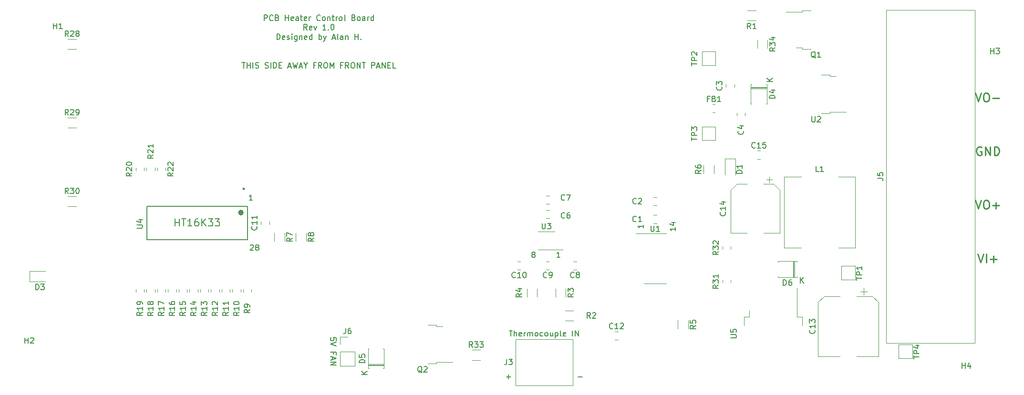
<source format=gbr>
%TF.GenerationSoftware,KiCad,Pcbnew,(5.1.9)-1*%
%TF.CreationDate,2021-10-23T20:54:43-04:00*%
%TF.ProjectId,Control Board,436f6e74-726f-46c2-9042-6f6172642e6b,rev?*%
%TF.SameCoordinates,Original*%
%TF.FileFunction,Legend,Top*%
%TF.FilePolarity,Positive*%
%FSLAX46Y46*%
G04 Gerber Fmt 4.6, Leading zero omitted, Abs format (unit mm)*
G04 Created by KiCad (PCBNEW (5.1.9)-1) date 2021-10-23 20:54:43*
%MOMM*%
%LPD*%
G01*
G04 APERTURE LIST*
%ADD10C,0.150000*%
%ADD11C,0.250000*%
%ADD12C,0.120000*%
%ADD13C,0.500000*%
G04 APERTURE END LIST*
D10*
X157099047Y-111831428D02*
X157860952Y-111831428D01*
X157480000Y-112212380D02*
X157480000Y-111450476D01*
X169799047Y-111831428D02*
X170560952Y-111831428D01*
X126912619Y-105362619D02*
X126912619Y-104886428D01*
X126436428Y-104838809D01*
X126484047Y-104886428D01*
X126531666Y-104981666D01*
X126531666Y-105219761D01*
X126484047Y-105315000D01*
X126436428Y-105362619D01*
X126341190Y-105410238D01*
X126103095Y-105410238D01*
X126007857Y-105362619D01*
X125960238Y-105315000D01*
X125912619Y-105219761D01*
X125912619Y-104981666D01*
X125960238Y-104886428D01*
X126007857Y-104838809D01*
X126912619Y-105695952D02*
X125912619Y-106029285D01*
X126912619Y-106362619D01*
X126436428Y-107791190D02*
X126436428Y-107457857D01*
X125912619Y-107457857D02*
X126912619Y-107457857D01*
X126912619Y-107934047D01*
X126198333Y-108267380D02*
X126198333Y-108743571D01*
X125912619Y-108172142D02*
X126912619Y-108505476D01*
X125912619Y-108838809D01*
X125912619Y-109172142D02*
X126912619Y-109172142D01*
X125912619Y-109743571D01*
X126912619Y-109743571D01*
X111633095Y-88447619D02*
X111680714Y-88400000D01*
X111775952Y-88352380D01*
X112014047Y-88352380D01*
X112109285Y-88400000D01*
X112156904Y-88447619D01*
X112204523Y-88542857D01*
X112204523Y-88638095D01*
X112156904Y-88780952D01*
X111585476Y-89352380D01*
X112204523Y-89352380D01*
X112775952Y-88780952D02*
X112680714Y-88733333D01*
X112633095Y-88685714D01*
X112585476Y-88590476D01*
X112585476Y-88542857D01*
X112633095Y-88447619D01*
X112680714Y-88400000D01*
X112775952Y-88352380D01*
X112966428Y-88352380D01*
X113061666Y-88400000D01*
X113109285Y-88447619D01*
X113156904Y-88542857D01*
X113156904Y-88590476D01*
X113109285Y-88685714D01*
X113061666Y-88733333D01*
X112966428Y-88780952D01*
X112775952Y-88780952D01*
X112680714Y-88828571D01*
X112633095Y-88876190D01*
X112585476Y-88971428D01*
X112585476Y-89161904D01*
X112633095Y-89257142D01*
X112680714Y-89304761D01*
X112775952Y-89352380D01*
X112966428Y-89352380D01*
X113061666Y-89304761D01*
X113109285Y-89257142D01*
X113156904Y-89161904D01*
X113156904Y-88971428D01*
X113109285Y-88876190D01*
X113061666Y-88828571D01*
X112966428Y-88780952D01*
X112045714Y-80462380D02*
X111474285Y-80462380D01*
X111760000Y-80462380D02*
X111760000Y-79462380D01*
X111664761Y-79605238D01*
X111569523Y-79700476D01*
X111474285Y-79748095D01*
X161829761Y-90050952D02*
X161734523Y-90003333D01*
X161686904Y-89955714D01*
X161639285Y-89860476D01*
X161639285Y-89812857D01*
X161686904Y-89717619D01*
X161734523Y-89670000D01*
X161829761Y-89622380D01*
X162020238Y-89622380D01*
X162115476Y-89670000D01*
X162163095Y-89717619D01*
X162210714Y-89812857D01*
X162210714Y-89860476D01*
X162163095Y-89955714D01*
X162115476Y-90003333D01*
X162020238Y-90050952D01*
X161829761Y-90050952D01*
X161734523Y-90098571D01*
X161686904Y-90146190D01*
X161639285Y-90241428D01*
X161639285Y-90431904D01*
X161686904Y-90527142D01*
X161734523Y-90574761D01*
X161829761Y-90622380D01*
X162020238Y-90622380D01*
X162115476Y-90574761D01*
X162163095Y-90527142D01*
X162210714Y-90431904D01*
X162210714Y-90241428D01*
X162163095Y-90146190D01*
X162115476Y-90098571D01*
X162020238Y-90050952D01*
X166655714Y-90622380D02*
X166084285Y-90622380D01*
X166370000Y-90622380D02*
X166370000Y-89622380D01*
X166274761Y-89765238D01*
X166179523Y-89860476D01*
X166084285Y-89908095D01*
X187142380Y-85280476D02*
X187142380Y-85851904D01*
X187142380Y-85566190D02*
X186142380Y-85566190D01*
X186285238Y-85661428D01*
X186380476Y-85756666D01*
X186428095Y-85851904D01*
X186475714Y-84423333D02*
X187142380Y-84423333D01*
X186094761Y-84661428D02*
X186809047Y-84899523D01*
X186809047Y-84280476D01*
X181427380Y-84804285D02*
X181427380Y-85375714D01*
X181427380Y-85090000D02*
X180427380Y-85090000D01*
X180570238Y-85185238D01*
X180665476Y-85280476D01*
X180713095Y-85375714D01*
X110182142Y-55967380D02*
X110753571Y-55967380D01*
X110467857Y-56967380D02*
X110467857Y-55967380D01*
X111086904Y-56967380D02*
X111086904Y-55967380D01*
X111086904Y-56443571D02*
X111658333Y-56443571D01*
X111658333Y-56967380D02*
X111658333Y-55967380D01*
X112134523Y-56967380D02*
X112134523Y-55967380D01*
X112563095Y-56919761D02*
X112705952Y-56967380D01*
X112944047Y-56967380D01*
X113039285Y-56919761D01*
X113086904Y-56872142D01*
X113134523Y-56776904D01*
X113134523Y-56681666D01*
X113086904Y-56586428D01*
X113039285Y-56538809D01*
X112944047Y-56491190D01*
X112753571Y-56443571D01*
X112658333Y-56395952D01*
X112610714Y-56348333D01*
X112563095Y-56253095D01*
X112563095Y-56157857D01*
X112610714Y-56062619D01*
X112658333Y-56015000D01*
X112753571Y-55967380D01*
X112991666Y-55967380D01*
X113134523Y-56015000D01*
X114277380Y-56919761D02*
X114420238Y-56967380D01*
X114658333Y-56967380D01*
X114753571Y-56919761D01*
X114801190Y-56872142D01*
X114848809Y-56776904D01*
X114848809Y-56681666D01*
X114801190Y-56586428D01*
X114753571Y-56538809D01*
X114658333Y-56491190D01*
X114467857Y-56443571D01*
X114372619Y-56395952D01*
X114325000Y-56348333D01*
X114277380Y-56253095D01*
X114277380Y-56157857D01*
X114325000Y-56062619D01*
X114372619Y-56015000D01*
X114467857Y-55967380D01*
X114705952Y-55967380D01*
X114848809Y-56015000D01*
X115277380Y-56967380D02*
X115277380Y-55967380D01*
X115753571Y-56967380D02*
X115753571Y-55967380D01*
X115991666Y-55967380D01*
X116134523Y-56015000D01*
X116229761Y-56110238D01*
X116277380Y-56205476D01*
X116325000Y-56395952D01*
X116325000Y-56538809D01*
X116277380Y-56729285D01*
X116229761Y-56824523D01*
X116134523Y-56919761D01*
X115991666Y-56967380D01*
X115753571Y-56967380D01*
X116753571Y-56443571D02*
X117086904Y-56443571D01*
X117229761Y-56967380D02*
X116753571Y-56967380D01*
X116753571Y-55967380D01*
X117229761Y-55967380D01*
X118372619Y-56681666D02*
X118848809Y-56681666D01*
X118277380Y-56967380D02*
X118610714Y-55967380D01*
X118944047Y-56967380D01*
X119182142Y-55967380D02*
X119420238Y-56967380D01*
X119610714Y-56253095D01*
X119801190Y-56967380D01*
X120039285Y-55967380D01*
X120372619Y-56681666D02*
X120848809Y-56681666D01*
X120277380Y-56967380D02*
X120610714Y-55967380D01*
X120944047Y-56967380D01*
X121467857Y-56491190D02*
X121467857Y-56967380D01*
X121134523Y-55967380D02*
X121467857Y-56491190D01*
X121801190Y-55967380D01*
X123229761Y-56443571D02*
X122896428Y-56443571D01*
X122896428Y-56967380D02*
X122896428Y-55967380D01*
X123372619Y-55967380D01*
X124325000Y-56967380D02*
X123991666Y-56491190D01*
X123753571Y-56967380D02*
X123753571Y-55967380D01*
X124134523Y-55967380D01*
X124229761Y-56015000D01*
X124277380Y-56062619D01*
X124325000Y-56157857D01*
X124325000Y-56300714D01*
X124277380Y-56395952D01*
X124229761Y-56443571D01*
X124134523Y-56491190D01*
X123753571Y-56491190D01*
X124944047Y-55967380D02*
X125134523Y-55967380D01*
X125229761Y-56015000D01*
X125325000Y-56110238D01*
X125372619Y-56300714D01*
X125372619Y-56634047D01*
X125325000Y-56824523D01*
X125229761Y-56919761D01*
X125134523Y-56967380D01*
X124944047Y-56967380D01*
X124848809Y-56919761D01*
X124753571Y-56824523D01*
X124705952Y-56634047D01*
X124705952Y-56300714D01*
X124753571Y-56110238D01*
X124848809Y-56015000D01*
X124944047Y-55967380D01*
X125801190Y-56967380D02*
X125801190Y-55967380D01*
X126134523Y-56681666D01*
X126467857Y-55967380D01*
X126467857Y-56967380D01*
X128039285Y-56443571D02*
X127705952Y-56443571D01*
X127705952Y-56967380D02*
X127705952Y-55967380D01*
X128182142Y-55967380D01*
X129134523Y-56967380D02*
X128801190Y-56491190D01*
X128563095Y-56967380D02*
X128563095Y-55967380D01*
X128944047Y-55967380D01*
X129039285Y-56015000D01*
X129086904Y-56062619D01*
X129134523Y-56157857D01*
X129134523Y-56300714D01*
X129086904Y-56395952D01*
X129039285Y-56443571D01*
X128944047Y-56491190D01*
X128563095Y-56491190D01*
X129753571Y-55967380D02*
X129944047Y-55967380D01*
X130039285Y-56015000D01*
X130134523Y-56110238D01*
X130182142Y-56300714D01*
X130182142Y-56634047D01*
X130134523Y-56824523D01*
X130039285Y-56919761D01*
X129944047Y-56967380D01*
X129753571Y-56967380D01*
X129658333Y-56919761D01*
X129563095Y-56824523D01*
X129515476Y-56634047D01*
X129515476Y-56300714D01*
X129563095Y-56110238D01*
X129658333Y-56015000D01*
X129753571Y-55967380D01*
X130610714Y-56967380D02*
X130610714Y-55967380D01*
X131182142Y-56967380D01*
X131182142Y-55967380D01*
X131515476Y-55967380D02*
X132086904Y-55967380D01*
X131801190Y-56967380D02*
X131801190Y-55967380D01*
X133182142Y-56967380D02*
X133182142Y-55967380D01*
X133563095Y-55967380D01*
X133658333Y-56015000D01*
X133705952Y-56062619D01*
X133753571Y-56157857D01*
X133753571Y-56300714D01*
X133705952Y-56395952D01*
X133658333Y-56443571D01*
X133563095Y-56491190D01*
X133182142Y-56491190D01*
X134134523Y-56681666D02*
X134610714Y-56681666D01*
X134039285Y-56967380D02*
X134372619Y-55967380D01*
X134705952Y-56967380D01*
X135039285Y-56967380D02*
X135039285Y-55967380D01*
X135610714Y-56967380D01*
X135610714Y-55967380D01*
X136086904Y-56443571D02*
X136420238Y-56443571D01*
X136563095Y-56967380D02*
X136086904Y-56967380D01*
X136086904Y-55967380D01*
X136563095Y-55967380D01*
X137467857Y-56967380D02*
X136991666Y-56967380D01*
X136991666Y-55967380D01*
X116372619Y-51887380D02*
X116372619Y-50887380D01*
X116610714Y-50887380D01*
X116753571Y-50935000D01*
X116848809Y-51030238D01*
X116896428Y-51125476D01*
X116944047Y-51315952D01*
X116944047Y-51458809D01*
X116896428Y-51649285D01*
X116848809Y-51744523D01*
X116753571Y-51839761D01*
X116610714Y-51887380D01*
X116372619Y-51887380D01*
X117753571Y-51839761D02*
X117658333Y-51887380D01*
X117467857Y-51887380D01*
X117372619Y-51839761D01*
X117325000Y-51744523D01*
X117325000Y-51363571D01*
X117372619Y-51268333D01*
X117467857Y-51220714D01*
X117658333Y-51220714D01*
X117753571Y-51268333D01*
X117801190Y-51363571D01*
X117801190Y-51458809D01*
X117325000Y-51554047D01*
X118182142Y-51839761D02*
X118277380Y-51887380D01*
X118467857Y-51887380D01*
X118563095Y-51839761D01*
X118610714Y-51744523D01*
X118610714Y-51696904D01*
X118563095Y-51601666D01*
X118467857Y-51554047D01*
X118325000Y-51554047D01*
X118229761Y-51506428D01*
X118182142Y-51411190D01*
X118182142Y-51363571D01*
X118229761Y-51268333D01*
X118325000Y-51220714D01*
X118467857Y-51220714D01*
X118563095Y-51268333D01*
X119039285Y-51887380D02*
X119039285Y-51220714D01*
X119039285Y-50887380D02*
X118991666Y-50935000D01*
X119039285Y-50982619D01*
X119086904Y-50935000D01*
X119039285Y-50887380D01*
X119039285Y-50982619D01*
X119944047Y-51220714D02*
X119944047Y-52030238D01*
X119896428Y-52125476D01*
X119848809Y-52173095D01*
X119753571Y-52220714D01*
X119610714Y-52220714D01*
X119515476Y-52173095D01*
X119944047Y-51839761D02*
X119848809Y-51887380D01*
X119658333Y-51887380D01*
X119563095Y-51839761D01*
X119515476Y-51792142D01*
X119467857Y-51696904D01*
X119467857Y-51411190D01*
X119515476Y-51315952D01*
X119563095Y-51268333D01*
X119658333Y-51220714D01*
X119848809Y-51220714D01*
X119944047Y-51268333D01*
X120420238Y-51220714D02*
X120420238Y-51887380D01*
X120420238Y-51315952D02*
X120467857Y-51268333D01*
X120563095Y-51220714D01*
X120705952Y-51220714D01*
X120801190Y-51268333D01*
X120848809Y-51363571D01*
X120848809Y-51887380D01*
X121705952Y-51839761D02*
X121610714Y-51887380D01*
X121420238Y-51887380D01*
X121325000Y-51839761D01*
X121277380Y-51744523D01*
X121277380Y-51363571D01*
X121325000Y-51268333D01*
X121420238Y-51220714D01*
X121610714Y-51220714D01*
X121705952Y-51268333D01*
X121753571Y-51363571D01*
X121753571Y-51458809D01*
X121277380Y-51554047D01*
X122610714Y-51887380D02*
X122610714Y-50887380D01*
X122610714Y-51839761D02*
X122515476Y-51887380D01*
X122325000Y-51887380D01*
X122229761Y-51839761D01*
X122182142Y-51792142D01*
X122134523Y-51696904D01*
X122134523Y-51411190D01*
X122182142Y-51315952D01*
X122229761Y-51268333D01*
X122325000Y-51220714D01*
X122515476Y-51220714D01*
X122610714Y-51268333D01*
X123848809Y-51887380D02*
X123848809Y-50887380D01*
X123848809Y-51268333D02*
X123944047Y-51220714D01*
X124134523Y-51220714D01*
X124229761Y-51268333D01*
X124277380Y-51315952D01*
X124325000Y-51411190D01*
X124325000Y-51696904D01*
X124277380Y-51792142D01*
X124229761Y-51839761D01*
X124134523Y-51887380D01*
X123944047Y-51887380D01*
X123848809Y-51839761D01*
X124658333Y-51220714D02*
X124896428Y-51887380D01*
X125134523Y-51220714D02*
X124896428Y-51887380D01*
X124801190Y-52125476D01*
X124753571Y-52173095D01*
X124658333Y-52220714D01*
X126229761Y-51601666D02*
X126705952Y-51601666D01*
X126134523Y-51887380D02*
X126467857Y-50887380D01*
X126801190Y-51887380D01*
X127277380Y-51887380D02*
X127182142Y-51839761D01*
X127134523Y-51744523D01*
X127134523Y-50887380D01*
X128086904Y-51887380D02*
X128086904Y-51363571D01*
X128039285Y-51268333D01*
X127944047Y-51220714D01*
X127753571Y-51220714D01*
X127658333Y-51268333D01*
X128086904Y-51839761D02*
X127991666Y-51887380D01*
X127753571Y-51887380D01*
X127658333Y-51839761D01*
X127610714Y-51744523D01*
X127610714Y-51649285D01*
X127658333Y-51554047D01*
X127753571Y-51506428D01*
X127991666Y-51506428D01*
X128086904Y-51458809D01*
X128563095Y-51220714D02*
X128563095Y-51887380D01*
X128563095Y-51315952D02*
X128610714Y-51268333D01*
X128705952Y-51220714D01*
X128848809Y-51220714D01*
X128944047Y-51268333D01*
X128991666Y-51363571D01*
X128991666Y-51887380D01*
X130229761Y-51887380D02*
X130229761Y-50887380D01*
X130229761Y-51363571D02*
X130801190Y-51363571D01*
X130801190Y-51887380D02*
X130801190Y-50887380D01*
X131277380Y-51792142D02*
X131325000Y-51839761D01*
X131277380Y-51887380D01*
X131229761Y-51839761D01*
X131277380Y-51792142D01*
X131277380Y-51887380D01*
X114110714Y-48522380D02*
X114110714Y-47522380D01*
X114491666Y-47522380D01*
X114586904Y-47570000D01*
X114634523Y-47617619D01*
X114682142Y-47712857D01*
X114682142Y-47855714D01*
X114634523Y-47950952D01*
X114586904Y-47998571D01*
X114491666Y-48046190D01*
X114110714Y-48046190D01*
X115682142Y-48427142D02*
X115634523Y-48474761D01*
X115491666Y-48522380D01*
X115396428Y-48522380D01*
X115253571Y-48474761D01*
X115158333Y-48379523D01*
X115110714Y-48284285D01*
X115063095Y-48093809D01*
X115063095Y-47950952D01*
X115110714Y-47760476D01*
X115158333Y-47665238D01*
X115253571Y-47570000D01*
X115396428Y-47522380D01*
X115491666Y-47522380D01*
X115634523Y-47570000D01*
X115682142Y-47617619D01*
X116444047Y-47998571D02*
X116586904Y-48046190D01*
X116634523Y-48093809D01*
X116682142Y-48189047D01*
X116682142Y-48331904D01*
X116634523Y-48427142D01*
X116586904Y-48474761D01*
X116491666Y-48522380D01*
X116110714Y-48522380D01*
X116110714Y-47522380D01*
X116444047Y-47522380D01*
X116539285Y-47570000D01*
X116586904Y-47617619D01*
X116634523Y-47712857D01*
X116634523Y-47808095D01*
X116586904Y-47903333D01*
X116539285Y-47950952D01*
X116444047Y-47998571D01*
X116110714Y-47998571D01*
X117872619Y-48522380D02*
X117872619Y-47522380D01*
X117872619Y-47998571D02*
X118444047Y-47998571D01*
X118444047Y-48522380D02*
X118444047Y-47522380D01*
X119301190Y-48474761D02*
X119205952Y-48522380D01*
X119015476Y-48522380D01*
X118920238Y-48474761D01*
X118872619Y-48379523D01*
X118872619Y-47998571D01*
X118920238Y-47903333D01*
X119015476Y-47855714D01*
X119205952Y-47855714D01*
X119301190Y-47903333D01*
X119348809Y-47998571D01*
X119348809Y-48093809D01*
X118872619Y-48189047D01*
X120205952Y-48522380D02*
X120205952Y-47998571D01*
X120158333Y-47903333D01*
X120063095Y-47855714D01*
X119872619Y-47855714D01*
X119777380Y-47903333D01*
X120205952Y-48474761D02*
X120110714Y-48522380D01*
X119872619Y-48522380D01*
X119777380Y-48474761D01*
X119729761Y-48379523D01*
X119729761Y-48284285D01*
X119777380Y-48189047D01*
X119872619Y-48141428D01*
X120110714Y-48141428D01*
X120205952Y-48093809D01*
X120539285Y-47855714D02*
X120920238Y-47855714D01*
X120682142Y-47522380D02*
X120682142Y-48379523D01*
X120729761Y-48474761D01*
X120825000Y-48522380D01*
X120920238Y-48522380D01*
X121634523Y-48474761D02*
X121539285Y-48522380D01*
X121348809Y-48522380D01*
X121253571Y-48474761D01*
X121205952Y-48379523D01*
X121205952Y-47998571D01*
X121253571Y-47903333D01*
X121348809Y-47855714D01*
X121539285Y-47855714D01*
X121634523Y-47903333D01*
X121682142Y-47998571D01*
X121682142Y-48093809D01*
X121205952Y-48189047D01*
X122110714Y-48522380D02*
X122110714Y-47855714D01*
X122110714Y-48046190D02*
X122158333Y-47950952D01*
X122205952Y-47903333D01*
X122301190Y-47855714D01*
X122396428Y-47855714D01*
X124063095Y-48427142D02*
X124015476Y-48474761D01*
X123872619Y-48522380D01*
X123777380Y-48522380D01*
X123634523Y-48474761D01*
X123539285Y-48379523D01*
X123491666Y-48284285D01*
X123444047Y-48093809D01*
X123444047Y-47950952D01*
X123491666Y-47760476D01*
X123539285Y-47665238D01*
X123634523Y-47570000D01*
X123777380Y-47522380D01*
X123872619Y-47522380D01*
X124015476Y-47570000D01*
X124063095Y-47617619D01*
X124634523Y-48522380D02*
X124539285Y-48474761D01*
X124491666Y-48427142D01*
X124444047Y-48331904D01*
X124444047Y-48046190D01*
X124491666Y-47950952D01*
X124539285Y-47903333D01*
X124634523Y-47855714D01*
X124777380Y-47855714D01*
X124872619Y-47903333D01*
X124920238Y-47950952D01*
X124967857Y-48046190D01*
X124967857Y-48331904D01*
X124920238Y-48427142D01*
X124872619Y-48474761D01*
X124777380Y-48522380D01*
X124634523Y-48522380D01*
X125396428Y-47855714D02*
X125396428Y-48522380D01*
X125396428Y-47950952D02*
X125444047Y-47903333D01*
X125539285Y-47855714D01*
X125682142Y-47855714D01*
X125777380Y-47903333D01*
X125825000Y-47998571D01*
X125825000Y-48522380D01*
X126158333Y-47855714D02*
X126539285Y-47855714D01*
X126301190Y-47522380D02*
X126301190Y-48379523D01*
X126348809Y-48474761D01*
X126444047Y-48522380D01*
X126539285Y-48522380D01*
X126872619Y-48522380D02*
X126872619Y-47855714D01*
X126872619Y-48046190D02*
X126920238Y-47950952D01*
X126967857Y-47903333D01*
X127063095Y-47855714D01*
X127158333Y-47855714D01*
X127634523Y-48522380D02*
X127539285Y-48474761D01*
X127491666Y-48427142D01*
X127444047Y-48331904D01*
X127444047Y-48046190D01*
X127491666Y-47950952D01*
X127539285Y-47903333D01*
X127634523Y-47855714D01*
X127777380Y-47855714D01*
X127872619Y-47903333D01*
X127920238Y-47950952D01*
X127967857Y-48046190D01*
X127967857Y-48331904D01*
X127920238Y-48427142D01*
X127872619Y-48474761D01*
X127777380Y-48522380D01*
X127634523Y-48522380D01*
X128539285Y-48522380D02*
X128444047Y-48474761D01*
X128396428Y-48379523D01*
X128396428Y-47522380D01*
X130015476Y-47998571D02*
X130158333Y-48046190D01*
X130205952Y-48093809D01*
X130253571Y-48189047D01*
X130253571Y-48331904D01*
X130205952Y-48427142D01*
X130158333Y-48474761D01*
X130063095Y-48522380D01*
X129682142Y-48522380D01*
X129682142Y-47522380D01*
X130015476Y-47522380D01*
X130110714Y-47570000D01*
X130158333Y-47617619D01*
X130205952Y-47712857D01*
X130205952Y-47808095D01*
X130158333Y-47903333D01*
X130110714Y-47950952D01*
X130015476Y-47998571D01*
X129682142Y-47998571D01*
X130825000Y-48522380D02*
X130729761Y-48474761D01*
X130682142Y-48427142D01*
X130634523Y-48331904D01*
X130634523Y-48046190D01*
X130682142Y-47950952D01*
X130729761Y-47903333D01*
X130825000Y-47855714D01*
X130967857Y-47855714D01*
X131063095Y-47903333D01*
X131110714Y-47950952D01*
X131158333Y-48046190D01*
X131158333Y-48331904D01*
X131110714Y-48427142D01*
X131063095Y-48474761D01*
X130967857Y-48522380D01*
X130825000Y-48522380D01*
X132015476Y-48522380D02*
X132015476Y-47998571D01*
X131967857Y-47903333D01*
X131872619Y-47855714D01*
X131682142Y-47855714D01*
X131586904Y-47903333D01*
X132015476Y-48474761D02*
X131920238Y-48522380D01*
X131682142Y-48522380D01*
X131586904Y-48474761D01*
X131539285Y-48379523D01*
X131539285Y-48284285D01*
X131586904Y-48189047D01*
X131682142Y-48141428D01*
X131920238Y-48141428D01*
X132015476Y-48093809D01*
X132491666Y-48522380D02*
X132491666Y-47855714D01*
X132491666Y-48046190D02*
X132539285Y-47950952D01*
X132586904Y-47903333D01*
X132682142Y-47855714D01*
X132777380Y-47855714D01*
X133539285Y-48522380D02*
X133539285Y-47522380D01*
X133539285Y-48474761D02*
X133444047Y-48522380D01*
X133253571Y-48522380D01*
X133158333Y-48474761D01*
X133110714Y-48427142D01*
X133063095Y-48331904D01*
X133063095Y-48046190D01*
X133110714Y-47950952D01*
X133158333Y-47903333D01*
X133253571Y-47855714D01*
X133444047Y-47855714D01*
X133539285Y-47903333D01*
X121753571Y-50172380D02*
X121420238Y-49696190D01*
X121182142Y-50172380D02*
X121182142Y-49172380D01*
X121563095Y-49172380D01*
X121658333Y-49220000D01*
X121705952Y-49267619D01*
X121753571Y-49362857D01*
X121753571Y-49505714D01*
X121705952Y-49600952D01*
X121658333Y-49648571D01*
X121563095Y-49696190D01*
X121182142Y-49696190D01*
X122563095Y-50124761D02*
X122467857Y-50172380D01*
X122277380Y-50172380D01*
X122182142Y-50124761D01*
X122134523Y-50029523D01*
X122134523Y-49648571D01*
X122182142Y-49553333D01*
X122277380Y-49505714D01*
X122467857Y-49505714D01*
X122563095Y-49553333D01*
X122610714Y-49648571D01*
X122610714Y-49743809D01*
X122134523Y-49839047D01*
X122944047Y-49505714D02*
X123182142Y-50172380D01*
X123420238Y-49505714D01*
X125086904Y-50172380D02*
X124515476Y-50172380D01*
X124801190Y-50172380D02*
X124801190Y-49172380D01*
X124705952Y-49315238D01*
X124610714Y-49410476D01*
X124515476Y-49458095D01*
X125515476Y-50077142D02*
X125563095Y-50124761D01*
X125515476Y-50172380D01*
X125467857Y-50124761D01*
X125515476Y-50077142D01*
X125515476Y-50172380D01*
X126182142Y-49172380D02*
X126277380Y-49172380D01*
X126372619Y-49220000D01*
X126420238Y-49267619D01*
X126467857Y-49362857D01*
X126515476Y-49553333D01*
X126515476Y-49791428D01*
X126467857Y-49981904D01*
X126420238Y-50077142D01*
X126372619Y-50124761D01*
X126277380Y-50172380D01*
X126182142Y-50172380D01*
X126086904Y-50124761D01*
X126039285Y-50077142D01*
X125991666Y-49981904D01*
X125944047Y-49791428D01*
X125944047Y-49553333D01*
X125991666Y-49362857D01*
X126039285Y-49267619D01*
X126086904Y-49220000D01*
X126182142Y-49172380D01*
X157615714Y-103592380D02*
X158187142Y-103592380D01*
X157901428Y-104592380D02*
X157901428Y-103592380D01*
X158520476Y-104592380D02*
X158520476Y-103592380D01*
X158949047Y-104592380D02*
X158949047Y-104068571D01*
X158901428Y-103973333D01*
X158806190Y-103925714D01*
X158663333Y-103925714D01*
X158568095Y-103973333D01*
X158520476Y-104020952D01*
X159806190Y-104544761D02*
X159710952Y-104592380D01*
X159520476Y-104592380D01*
X159425238Y-104544761D01*
X159377619Y-104449523D01*
X159377619Y-104068571D01*
X159425238Y-103973333D01*
X159520476Y-103925714D01*
X159710952Y-103925714D01*
X159806190Y-103973333D01*
X159853809Y-104068571D01*
X159853809Y-104163809D01*
X159377619Y-104259047D01*
X160282380Y-104592380D02*
X160282380Y-103925714D01*
X160282380Y-104116190D02*
X160330000Y-104020952D01*
X160377619Y-103973333D01*
X160472857Y-103925714D01*
X160568095Y-103925714D01*
X160901428Y-104592380D02*
X160901428Y-103925714D01*
X160901428Y-104020952D02*
X160949047Y-103973333D01*
X161044285Y-103925714D01*
X161187142Y-103925714D01*
X161282380Y-103973333D01*
X161330000Y-104068571D01*
X161330000Y-104592380D01*
X161330000Y-104068571D02*
X161377619Y-103973333D01*
X161472857Y-103925714D01*
X161615714Y-103925714D01*
X161710952Y-103973333D01*
X161758571Y-104068571D01*
X161758571Y-104592380D01*
X162377619Y-104592380D02*
X162282380Y-104544761D01*
X162234761Y-104497142D01*
X162187142Y-104401904D01*
X162187142Y-104116190D01*
X162234761Y-104020952D01*
X162282380Y-103973333D01*
X162377619Y-103925714D01*
X162520476Y-103925714D01*
X162615714Y-103973333D01*
X162663333Y-104020952D01*
X162710952Y-104116190D01*
X162710952Y-104401904D01*
X162663333Y-104497142D01*
X162615714Y-104544761D01*
X162520476Y-104592380D01*
X162377619Y-104592380D01*
X163568095Y-104544761D02*
X163472857Y-104592380D01*
X163282380Y-104592380D01*
X163187142Y-104544761D01*
X163139523Y-104497142D01*
X163091904Y-104401904D01*
X163091904Y-104116190D01*
X163139523Y-104020952D01*
X163187142Y-103973333D01*
X163282380Y-103925714D01*
X163472857Y-103925714D01*
X163568095Y-103973333D01*
X164139523Y-104592380D02*
X164044285Y-104544761D01*
X163996666Y-104497142D01*
X163949047Y-104401904D01*
X163949047Y-104116190D01*
X163996666Y-104020952D01*
X164044285Y-103973333D01*
X164139523Y-103925714D01*
X164282380Y-103925714D01*
X164377619Y-103973333D01*
X164425238Y-104020952D01*
X164472857Y-104116190D01*
X164472857Y-104401904D01*
X164425238Y-104497142D01*
X164377619Y-104544761D01*
X164282380Y-104592380D01*
X164139523Y-104592380D01*
X165330000Y-103925714D02*
X165330000Y-104592380D01*
X164901428Y-103925714D02*
X164901428Y-104449523D01*
X164949047Y-104544761D01*
X165044285Y-104592380D01*
X165187142Y-104592380D01*
X165282380Y-104544761D01*
X165330000Y-104497142D01*
X165806190Y-103925714D02*
X165806190Y-104925714D01*
X165806190Y-103973333D02*
X165901428Y-103925714D01*
X166091904Y-103925714D01*
X166187142Y-103973333D01*
X166234761Y-104020952D01*
X166282380Y-104116190D01*
X166282380Y-104401904D01*
X166234761Y-104497142D01*
X166187142Y-104544761D01*
X166091904Y-104592380D01*
X165901428Y-104592380D01*
X165806190Y-104544761D01*
X166853809Y-104592380D02*
X166758571Y-104544761D01*
X166710952Y-104449523D01*
X166710952Y-103592380D01*
X167615714Y-104544761D02*
X167520476Y-104592380D01*
X167330000Y-104592380D01*
X167234761Y-104544761D01*
X167187142Y-104449523D01*
X167187142Y-104068571D01*
X167234761Y-103973333D01*
X167330000Y-103925714D01*
X167520476Y-103925714D01*
X167615714Y-103973333D01*
X167663333Y-104068571D01*
X167663333Y-104163809D01*
X167187142Y-104259047D01*
X168853809Y-104592380D02*
X168853809Y-103592380D01*
X169330000Y-104592380D02*
X169330000Y-103592380D01*
X169901428Y-104592380D01*
X169901428Y-103592380D01*
D11*
X240355714Y-61408571D02*
X240855714Y-62908571D01*
X241355714Y-61408571D01*
X242141428Y-61408571D02*
X242427142Y-61408571D01*
X242570000Y-61480000D01*
X242712857Y-61622857D01*
X242784285Y-61908571D01*
X242784285Y-62408571D01*
X242712857Y-62694285D01*
X242570000Y-62837142D01*
X242427142Y-62908571D01*
X242141428Y-62908571D01*
X241998571Y-62837142D01*
X241855714Y-62694285D01*
X241784285Y-62408571D01*
X241784285Y-61908571D01*
X241855714Y-61622857D01*
X241998571Y-61480000D01*
X242141428Y-61408571D01*
X243427142Y-62337142D02*
X244570000Y-62337142D01*
X240355714Y-80458571D02*
X240855714Y-81958571D01*
X241355714Y-80458571D01*
X242141428Y-80458571D02*
X242427142Y-80458571D01*
X242570000Y-80530000D01*
X242712857Y-80672857D01*
X242784285Y-80958571D01*
X242784285Y-81458571D01*
X242712857Y-81744285D01*
X242570000Y-81887142D01*
X242427142Y-81958571D01*
X242141428Y-81958571D01*
X241998571Y-81887142D01*
X241855714Y-81744285D01*
X241784285Y-81458571D01*
X241784285Y-80958571D01*
X241855714Y-80672857D01*
X241998571Y-80530000D01*
X242141428Y-80458571D01*
X243427142Y-81387142D02*
X244570000Y-81387142D01*
X243998571Y-81958571D02*
X243998571Y-80815714D01*
X241427142Y-71005000D02*
X241284285Y-70933571D01*
X241070000Y-70933571D01*
X240855714Y-71005000D01*
X240712857Y-71147857D01*
X240641428Y-71290714D01*
X240570000Y-71576428D01*
X240570000Y-71790714D01*
X240641428Y-72076428D01*
X240712857Y-72219285D01*
X240855714Y-72362142D01*
X241070000Y-72433571D01*
X241212857Y-72433571D01*
X241427142Y-72362142D01*
X241498571Y-72290714D01*
X241498571Y-71790714D01*
X241212857Y-71790714D01*
X242141428Y-72433571D02*
X242141428Y-70933571D01*
X242998571Y-72433571D01*
X242998571Y-70933571D01*
X243712857Y-72433571D02*
X243712857Y-70933571D01*
X244070000Y-70933571D01*
X244284285Y-71005000D01*
X244427142Y-71147857D01*
X244498571Y-71290714D01*
X244570000Y-71576428D01*
X244570000Y-71790714D01*
X244498571Y-72076428D01*
X244427142Y-72219285D01*
X244284285Y-72362142D01*
X244070000Y-72433571D01*
X243712857Y-72433571D01*
X240784285Y-89983571D02*
X241284285Y-91483571D01*
X241784285Y-89983571D01*
X242284285Y-91483571D02*
X242284285Y-89983571D01*
X242998571Y-90912142D02*
X244141428Y-90912142D01*
X243570000Y-91483571D02*
X243570000Y-90340714D01*
D12*
%TO.C,U2*%
X213060000Y-65045000D02*
X214560000Y-65045000D01*
X214560000Y-65045000D02*
X214560000Y-64775000D01*
X214560000Y-64775000D02*
X217390000Y-64775000D01*
X213060000Y-58145000D02*
X214560000Y-58145000D01*
X214560000Y-58145000D02*
X214560000Y-58415000D01*
X214560000Y-58415000D02*
X215660000Y-58415000D01*
%TO.C,U5*%
X209670000Y-102690000D02*
X209670000Y-101190000D01*
X209670000Y-101190000D02*
X208720000Y-101190000D01*
X208720000Y-101190000D02*
X208720000Y-96065000D01*
X199270000Y-102690000D02*
X199270000Y-101190000D01*
X199270000Y-101190000D02*
X200220000Y-101190000D01*
X200220000Y-101190000D02*
X200220000Y-100090000D01*
%TO.C,R32*%
X196950000Y-88672936D02*
X196950000Y-89127064D01*
X195480000Y-88672936D02*
X195480000Y-89127064D01*
%TO.C,R31*%
X196950000Y-94657936D02*
X196950000Y-95112064D01*
X195480000Y-94657936D02*
X195480000Y-95112064D01*
%TO.C,L1*%
X216025000Y-76250000D02*
X219025000Y-76250000D01*
X219025000Y-76250000D02*
X219025000Y-88850000D01*
X219025000Y-88850000D02*
X216025000Y-88850000D01*
X209425000Y-88850000D02*
X206425000Y-88850000D01*
X206425000Y-88850000D02*
X206425000Y-76250000D01*
X206425000Y-76250000D02*
X209425000Y-76250000D01*
%TO.C,D6*%
X208730000Y-93950000D02*
X208730000Y-94130000D01*
X208730000Y-94130000D02*
X205290000Y-94130000D01*
X205290000Y-94130000D02*
X205290000Y-93950000D01*
X208730000Y-91470000D02*
X208730000Y-91290000D01*
X208730000Y-91290000D02*
X205290000Y-91290000D01*
X205290000Y-91290000D02*
X205290000Y-91470000D01*
X208130000Y-94130000D02*
X208130000Y-91290000D01*
X208010000Y-94130000D02*
X208010000Y-91290000D01*
X208250000Y-94130000D02*
X208250000Y-91290000D01*
%TO.C,C15*%
X201668748Y-71655000D02*
X202191252Y-71655000D01*
X201668748Y-73125000D02*
X202191252Y-73125000D01*
%TO.C,C14*%
X196935000Y-86275000D02*
X199785000Y-86275000D01*
X205655000Y-86275000D02*
X202805000Y-86275000D01*
X205655000Y-78619437D02*
X205655000Y-86275000D01*
X196935000Y-78619437D02*
X196935000Y-86275000D01*
X197999437Y-77555000D02*
X199785000Y-77555000D01*
X204590563Y-77555000D02*
X202805000Y-77555000D01*
X204590563Y-77555000D02*
X205655000Y-78619437D01*
X197999437Y-77555000D02*
X196935000Y-78619437D01*
X203805000Y-76315000D02*
X203805000Y-77315000D01*
X204305000Y-76815000D02*
X203305000Y-76815000D01*
%TO.C,C13*%
X212445000Y-108230000D02*
X216295000Y-108230000D01*
X223165000Y-108230000D02*
X219315000Y-108230000D01*
X223165000Y-98574437D02*
X223165000Y-108230000D01*
X212445000Y-98574437D02*
X212445000Y-108230000D01*
X213509437Y-97510000D02*
X216295000Y-97510000D01*
X222100563Y-97510000D02*
X219315000Y-97510000D01*
X222100563Y-97510000D02*
X223165000Y-98574437D01*
X213509437Y-97510000D02*
X212445000Y-98574437D01*
X220565000Y-96020000D02*
X220565000Y-97270000D01*
X221190000Y-96645000D02*
X219940000Y-96645000D01*
%TO.C,D5*%
X132745000Y-110305000D02*
X132565000Y-110305000D01*
X132565000Y-110305000D02*
X132565000Y-106865000D01*
X132565000Y-106865000D02*
X132745000Y-106865000D01*
X135225000Y-110305000D02*
X135405000Y-110305000D01*
X135405000Y-110305000D02*
X135405000Y-106865000D01*
X135405000Y-106865000D02*
X135225000Y-106865000D01*
X132565000Y-109705000D02*
X135405000Y-109705000D01*
X132565000Y-109585000D02*
X135405000Y-109585000D01*
X132565000Y-109825000D02*
X135405000Y-109825000D01*
%TO.C,R34*%
X201655000Y-51977936D02*
X201655000Y-53432064D01*
X203475000Y-51977936D02*
X203475000Y-53432064D01*
%TO.C,TP4*%
X229165000Y-106115000D02*
X229165000Y-108515000D01*
X229165000Y-108515000D02*
X226765000Y-108515000D01*
X226765000Y-108515000D02*
X226765000Y-106115000D01*
X226765000Y-106115000D02*
X229165000Y-106115000D01*
%TO.C,TP3*%
X194240000Y-67380000D02*
X194240000Y-69780000D01*
X194240000Y-69780000D02*
X191840000Y-69780000D01*
X191840000Y-69780000D02*
X191840000Y-67380000D01*
X191840000Y-67380000D02*
X194240000Y-67380000D01*
%TO.C,TP2*%
X194240000Y-54045000D02*
X194240000Y-56445000D01*
X194240000Y-56445000D02*
X191840000Y-56445000D01*
X191840000Y-56445000D02*
X191840000Y-54045000D01*
X191840000Y-54045000D02*
X194240000Y-54045000D01*
%TO.C,TP1*%
X219005000Y-92145000D02*
X219005000Y-94545000D01*
X219005000Y-94545000D02*
X216605000Y-94545000D01*
X216605000Y-94545000D02*
X216605000Y-92145000D01*
X216605000Y-92145000D02*
X219005000Y-92145000D01*
%TO.C,R33*%
X151037936Y-108860000D02*
X152492064Y-108860000D01*
X151037936Y-107040000D02*
X152492064Y-107040000D01*
%TO.C,Q2*%
X144710000Y-102865000D02*
X145810000Y-102865000D01*
X144710000Y-102595000D02*
X144710000Y-102865000D01*
X143210000Y-102595000D02*
X144710000Y-102595000D01*
X144710000Y-109225000D02*
X147540000Y-109225000D01*
X144710000Y-109495000D02*
X144710000Y-109225000D01*
X143210000Y-109495000D02*
X144710000Y-109495000D01*
%TO.C,J6*%
X127575000Y-104715000D02*
X128905000Y-104715000D01*
X127575000Y-106045000D02*
X127575000Y-104715000D01*
X127575000Y-107315000D02*
X130235000Y-107315000D01*
X130235000Y-107315000D02*
X130235000Y-109915000D01*
X127575000Y-107315000D02*
X127575000Y-109915000D01*
X127575000Y-109915000D02*
X130235000Y-109915000D01*
%TO.C,U1*%
X183515000Y-95240000D02*
X185465000Y-95240000D01*
X183515000Y-95240000D02*
X181565000Y-95240000D01*
X183515000Y-86370000D02*
X185465000Y-86370000D01*
X183515000Y-86370000D02*
X180065000Y-86370000D01*
%TO.C,Q1*%
X211120000Y-46715000D02*
X209620000Y-46715000D01*
X209620000Y-46715000D02*
X209620000Y-46985000D01*
X209620000Y-46985000D02*
X206790000Y-46985000D01*
X211120000Y-53615000D02*
X209620000Y-53615000D01*
X209620000Y-53615000D02*
X209620000Y-53345000D01*
X209620000Y-53345000D02*
X208520000Y-53345000D01*
%TO.C,D3*%
X75295000Y-93020000D02*
X72435000Y-93020000D01*
X72435000Y-93020000D02*
X72435000Y-94940000D01*
X72435000Y-94940000D02*
X75295000Y-94940000D01*
%TO.C,R22*%
X96620000Y-74702936D02*
X96620000Y-75157064D01*
X95150000Y-74702936D02*
X95150000Y-75157064D01*
%TO.C,R21*%
X94715000Y-74702936D02*
X94715000Y-75157064D01*
X93245000Y-74702936D02*
X93245000Y-75157064D01*
%TO.C,R20*%
X92810000Y-74702936D02*
X92810000Y-75157064D01*
X91340000Y-74702936D02*
X91340000Y-75157064D01*
%TO.C,R19*%
X91340000Y-96747064D02*
X91340000Y-96292936D01*
X92810000Y-96747064D02*
X92810000Y-96292936D01*
%TO.C,R18*%
X93245000Y-96747064D02*
X93245000Y-96292936D01*
X94715000Y-96747064D02*
X94715000Y-96292936D01*
%TO.C,R17*%
X95150000Y-96747064D02*
X95150000Y-96292936D01*
X96620000Y-96747064D02*
X96620000Y-96292936D01*
%TO.C,R16*%
X97055000Y-96747064D02*
X97055000Y-96292936D01*
X98525000Y-96747064D02*
X98525000Y-96292936D01*
%TO.C,R15*%
X98960000Y-96747064D02*
X98960000Y-96292936D01*
X100430000Y-96747064D02*
X100430000Y-96292936D01*
%TO.C,R14*%
X100865000Y-96747064D02*
X100865000Y-96292936D01*
X102335000Y-96747064D02*
X102335000Y-96292936D01*
%TO.C,R13*%
X102770000Y-96747064D02*
X102770000Y-96292936D01*
X104240000Y-96747064D02*
X104240000Y-96292936D01*
%TO.C,R12*%
X104675000Y-96747064D02*
X104675000Y-96292936D01*
X106145000Y-96747064D02*
X106145000Y-96292936D01*
%TO.C,R11*%
X106580000Y-96747064D02*
X106580000Y-96292936D01*
X108050000Y-96747064D02*
X108050000Y-96292936D01*
%TO.C,R10*%
X108485000Y-96747064D02*
X108485000Y-96292936D01*
X109955000Y-96747064D02*
X109955000Y-96292936D01*
%TO.C,R9*%
X110390000Y-96747064D02*
X110390000Y-96292936D01*
X111860000Y-96747064D02*
X111860000Y-96292936D01*
D10*
%TO.C,U4*%
X93282500Y-81485904D02*
X111187500Y-81485904D01*
X111187500Y-81485904D02*
X111187500Y-87424096D01*
X111187500Y-87424096D02*
X93282500Y-87424096D01*
X93282500Y-87424096D02*
X93282500Y-81485904D01*
D13*
X110237500Y-82635904D02*
G75*
G03*
X110237500Y-82635904I-250000J0D01*
G01*
D11*
X110615000Y-78405000D02*
G75*
G03*
X110615000Y-78405000I-125000J0D01*
G01*
D12*
%TO.C,U3*%
X164211000Y-86020000D02*
X162711000Y-86020000D01*
X164211000Y-86020000D02*
X165711000Y-86020000D01*
X164211000Y-89240000D02*
X162711000Y-89240000D01*
X164211000Y-89240000D02*
X167136000Y-89240000D01*
%TO.C,R30*%
X79282936Y-79735000D02*
X80737064Y-79735000D01*
X79282936Y-81555000D02*
X80737064Y-81555000D01*
%TO.C,R29*%
X79282936Y-65765000D02*
X80737064Y-65765000D01*
X79282936Y-67585000D02*
X80737064Y-67585000D01*
%TO.C,R28*%
X79282936Y-51795000D02*
X80737064Y-51795000D01*
X79282936Y-53615000D02*
X80737064Y-53615000D01*
%TO.C,R8*%
X121560000Y-86267936D02*
X121560000Y-87722064D01*
X119740000Y-86267936D02*
X119740000Y-87722064D01*
%TO.C,R7*%
X117750000Y-86267936D02*
X117750000Y-87722064D01*
X115930000Y-86267936D02*
X115930000Y-87722064D01*
%TO.C,R6*%
X192130000Y-75657064D02*
X192130000Y-74202936D01*
X193950000Y-75657064D02*
X193950000Y-74202936D01*
%TO.C,R5*%
X189378000Y-101787936D02*
X189378000Y-103242064D01*
X187558000Y-101787936D02*
X187558000Y-103242064D01*
%TO.C,R4*%
X162581000Y-96147936D02*
X162581000Y-97602064D01*
X160761000Y-96147936D02*
X160761000Y-97602064D01*
%TO.C,R3*%
X167661000Y-96147936D02*
X167661000Y-97602064D01*
X165841000Y-96147936D02*
X165841000Y-97602064D01*
%TO.C,R2*%
X167547936Y-100055000D02*
X169002064Y-100055000D01*
X167547936Y-101875000D02*
X169002064Y-101875000D01*
%TO.C,R1*%
X201387064Y-48535000D02*
X199932936Y-48535000D01*
X201387064Y-46715000D02*
X199932936Y-46715000D01*
%TO.C,J5*%
X240260000Y-46600000D02*
X240260000Y-105800000D01*
X224560000Y-46600000D02*
X224560000Y-105800000D01*
X224560000Y-105800000D02*
X240260000Y-105800000D01*
X240260000Y-46600000D02*
X224560000Y-46600000D01*
%TO.C,J3*%
X158750000Y-105120000D02*
X168910000Y-105120000D01*
X158750000Y-105120000D02*
X158750000Y-113320000D01*
X168910000Y-113320000D02*
X158750000Y-113320000D01*
X168910000Y-113320000D02*
X168910000Y-105120000D01*
%TO.C,FB1*%
X193717936Y-63400000D02*
X194172064Y-63400000D01*
X193717936Y-64870000D02*
X194172064Y-64870000D01*
%TO.C,D4*%
X203170000Y-59875000D02*
X203350000Y-59875000D01*
X203350000Y-59875000D02*
X203350000Y-63315000D01*
X203350000Y-63315000D02*
X203170000Y-63315000D01*
X200690000Y-59875000D02*
X200510000Y-59875000D01*
X200510000Y-59875000D02*
X200510000Y-63315000D01*
X200510000Y-63315000D02*
X200690000Y-63315000D01*
X203350000Y-60475000D02*
X200510000Y-60475000D01*
X203350000Y-60595000D02*
X200510000Y-60595000D01*
X203350000Y-60355000D02*
X200510000Y-60355000D01*
%TO.C,D1*%
X197810000Y-75930000D02*
X197810000Y-73070000D01*
X197810000Y-73070000D02*
X195890000Y-73070000D01*
X195890000Y-73070000D02*
X195890000Y-75930000D01*
%TO.C,C12*%
X176395748Y-103786000D02*
X176918252Y-103786000D01*
X176395748Y-105256000D02*
X176918252Y-105256000D01*
%TO.C,C11*%
X113565000Y-84716252D02*
X113565000Y-84193748D01*
X115035000Y-84716252D02*
X115035000Y-84193748D01*
%TO.C,C10*%
X159624752Y-92810000D02*
X159102248Y-92810000D01*
X159624752Y-91340000D02*
X159102248Y-91340000D01*
%TO.C,C9*%
X164704752Y-92810000D02*
X164182248Y-92810000D01*
X164704752Y-91340000D02*
X164182248Y-91340000D01*
%TO.C,C8*%
X169552252Y-92810000D02*
X169029748Y-92810000D01*
X169552252Y-91340000D02*
X169029748Y-91340000D01*
%TO.C,C7*%
X164203748Y-79656000D02*
X164726252Y-79656000D01*
X164203748Y-81126000D02*
X164726252Y-81126000D01*
%TO.C,C6*%
X164203748Y-82196000D02*
X164726252Y-82196000D01*
X164203748Y-83666000D02*
X164726252Y-83666000D01*
%TO.C,C4*%
X199490000Y-64911248D02*
X199490000Y-65433752D01*
X198020000Y-64911248D02*
X198020000Y-65433752D01*
%TO.C,C3*%
X197585000Y-59831248D02*
X197585000Y-60353752D01*
X196115000Y-59831248D02*
X196115000Y-60353752D01*
%TO.C,C2*%
X183253748Y-79910000D02*
X183776252Y-79910000D01*
X183253748Y-81380000D02*
X183776252Y-81380000D01*
%TO.C,C1*%
X183253748Y-83085000D02*
X183776252Y-83085000D01*
X183253748Y-84555000D02*
X183776252Y-84555000D01*
%TO.C,U2*%
D10*
X211328095Y-65547380D02*
X211328095Y-66356904D01*
X211375714Y-66452142D01*
X211423333Y-66499761D01*
X211518571Y-66547380D01*
X211709047Y-66547380D01*
X211804285Y-66499761D01*
X211851904Y-66452142D01*
X211899523Y-66356904D01*
X211899523Y-65547380D01*
X212328095Y-65642619D02*
X212375714Y-65595000D01*
X212470952Y-65547380D01*
X212709047Y-65547380D01*
X212804285Y-65595000D01*
X212851904Y-65642619D01*
X212899523Y-65737857D01*
X212899523Y-65833095D01*
X212851904Y-65975952D01*
X212280476Y-66547380D01*
X212899523Y-66547380D01*
%TO.C,H1*%
X76708095Y-49982380D02*
X76708095Y-48982380D01*
X76708095Y-49458571D02*
X77279523Y-49458571D01*
X77279523Y-49982380D02*
X77279523Y-48982380D01*
X78279523Y-49982380D02*
X77708095Y-49982380D01*
X77993809Y-49982380D02*
X77993809Y-48982380D01*
X77898571Y-49125238D01*
X77803333Y-49220476D01*
X77708095Y-49268095D01*
%TO.C,H2*%
X71628095Y-105862380D02*
X71628095Y-104862380D01*
X71628095Y-105338571D02*
X72199523Y-105338571D01*
X72199523Y-105862380D02*
X72199523Y-104862380D01*
X72628095Y-104957619D02*
X72675714Y-104910000D01*
X72770952Y-104862380D01*
X73009047Y-104862380D01*
X73104285Y-104910000D01*
X73151904Y-104957619D01*
X73199523Y-105052857D01*
X73199523Y-105148095D01*
X73151904Y-105290952D01*
X72580476Y-105862380D01*
X73199523Y-105862380D01*
%TO.C,H4*%
X237998095Y-110307380D02*
X237998095Y-109307380D01*
X237998095Y-109783571D02*
X238569523Y-109783571D01*
X238569523Y-110307380D02*
X238569523Y-109307380D01*
X239474285Y-109640714D02*
X239474285Y-110307380D01*
X239236190Y-109259761D02*
X238998095Y-109974047D01*
X239617142Y-109974047D01*
%TO.C,H3*%
X243078095Y-54427380D02*
X243078095Y-53427380D01*
X243078095Y-53903571D02*
X243649523Y-53903571D01*
X243649523Y-54427380D02*
X243649523Y-53427380D01*
X244030476Y-53427380D02*
X244649523Y-53427380D01*
X244316190Y-53808333D01*
X244459047Y-53808333D01*
X244554285Y-53855952D01*
X244601904Y-53903571D01*
X244649523Y-53998809D01*
X244649523Y-54236904D01*
X244601904Y-54332142D01*
X244554285Y-54379761D01*
X244459047Y-54427380D01*
X244173333Y-54427380D01*
X244078095Y-54379761D01*
X244030476Y-54332142D01*
%TO.C,U5*%
X196937380Y-104901904D02*
X197746904Y-104901904D01*
X197842142Y-104854285D01*
X197889761Y-104806666D01*
X197937380Y-104711428D01*
X197937380Y-104520952D01*
X197889761Y-104425714D01*
X197842142Y-104378095D01*
X197746904Y-104330476D01*
X196937380Y-104330476D01*
X196937380Y-103378095D02*
X196937380Y-103854285D01*
X197413571Y-103901904D01*
X197365952Y-103854285D01*
X197318333Y-103759047D01*
X197318333Y-103520952D01*
X197365952Y-103425714D01*
X197413571Y-103378095D01*
X197508809Y-103330476D01*
X197746904Y-103330476D01*
X197842142Y-103378095D01*
X197889761Y-103425714D01*
X197937380Y-103520952D01*
X197937380Y-103759047D01*
X197889761Y-103854285D01*
X197842142Y-103901904D01*
%TO.C,R32*%
X194762380Y-89542857D02*
X194286190Y-89876190D01*
X194762380Y-90114285D02*
X193762380Y-90114285D01*
X193762380Y-89733333D01*
X193810000Y-89638095D01*
X193857619Y-89590476D01*
X193952857Y-89542857D01*
X194095714Y-89542857D01*
X194190952Y-89590476D01*
X194238571Y-89638095D01*
X194286190Y-89733333D01*
X194286190Y-90114285D01*
X193762380Y-89209523D02*
X193762380Y-88590476D01*
X194143333Y-88923809D01*
X194143333Y-88780952D01*
X194190952Y-88685714D01*
X194238571Y-88638095D01*
X194333809Y-88590476D01*
X194571904Y-88590476D01*
X194667142Y-88638095D01*
X194714761Y-88685714D01*
X194762380Y-88780952D01*
X194762380Y-89066666D01*
X194714761Y-89161904D01*
X194667142Y-89209523D01*
X193857619Y-88209523D02*
X193810000Y-88161904D01*
X193762380Y-88066666D01*
X193762380Y-87828571D01*
X193810000Y-87733333D01*
X193857619Y-87685714D01*
X193952857Y-87638095D01*
X194048095Y-87638095D01*
X194190952Y-87685714D01*
X194762380Y-88257142D01*
X194762380Y-87638095D01*
%TO.C,R31*%
X194762380Y-95527857D02*
X194286190Y-95861190D01*
X194762380Y-96099285D02*
X193762380Y-96099285D01*
X193762380Y-95718333D01*
X193810000Y-95623095D01*
X193857619Y-95575476D01*
X193952857Y-95527857D01*
X194095714Y-95527857D01*
X194190952Y-95575476D01*
X194238571Y-95623095D01*
X194286190Y-95718333D01*
X194286190Y-96099285D01*
X193762380Y-95194523D02*
X193762380Y-94575476D01*
X194143333Y-94908809D01*
X194143333Y-94765952D01*
X194190952Y-94670714D01*
X194238571Y-94623095D01*
X194333809Y-94575476D01*
X194571904Y-94575476D01*
X194667142Y-94623095D01*
X194714761Y-94670714D01*
X194762380Y-94765952D01*
X194762380Y-95051666D01*
X194714761Y-95146904D01*
X194667142Y-95194523D01*
X194762380Y-93623095D02*
X194762380Y-94194523D01*
X194762380Y-93908809D02*
X193762380Y-93908809D01*
X193905238Y-94004047D01*
X194000476Y-94099285D01*
X194048095Y-94194523D01*
%TO.C,L1*%
X212558333Y-75382380D02*
X212082142Y-75382380D01*
X212082142Y-74382380D01*
X213415476Y-75382380D02*
X212844047Y-75382380D01*
X213129761Y-75382380D02*
X213129761Y-74382380D01*
X213034523Y-74525238D01*
X212939285Y-74620476D01*
X212844047Y-74668095D01*
%TO.C,D6*%
X206271904Y-95582380D02*
X206271904Y-94582380D01*
X206510000Y-94582380D01*
X206652857Y-94630000D01*
X206748095Y-94725238D01*
X206795714Y-94820476D01*
X206843333Y-95010952D01*
X206843333Y-95153809D01*
X206795714Y-95344285D01*
X206748095Y-95439523D01*
X206652857Y-95534761D01*
X206510000Y-95582380D01*
X206271904Y-95582380D01*
X207700476Y-94582380D02*
X207510000Y-94582380D01*
X207414761Y-94630000D01*
X207367142Y-94677619D01*
X207271904Y-94820476D01*
X207224285Y-95010952D01*
X207224285Y-95391904D01*
X207271904Y-95487142D01*
X207319523Y-95534761D01*
X207414761Y-95582380D01*
X207605238Y-95582380D01*
X207700476Y-95534761D01*
X207748095Y-95487142D01*
X207795714Y-95391904D01*
X207795714Y-95153809D01*
X207748095Y-95058571D01*
X207700476Y-95010952D01*
X207605238Y-94963333D01*
X207414761Y-94963333D01*
X207319523Y-95010952D01*
X207271904Y-95058571D01*
X207224285Y-95153809D01*
X209288095Y-95162380D02*
X209288095Y-94162380D01*
X209859523Y-95162380D02*
X209430952Y-94590952D01*
X209859523Y-94162380D02*
X209288095Y-94733809D01*
%TO.C,C15*%
X201287142Y-71067142D02*
X201239523Y-71114761D01*
X201096666Y-71162380D01*
X201001428Y-71162380D01*
X200858571Y-71114761D01*
X200763333Y-71019523D01*
X200715714Y-70924285D01*
X200668095Y-70733809D01*
X200668095Y-70590952D01*
X200715714Y-70400476D01*
X200763333Y-70305238D01*
X200858571Y-70210000D01*
X201001428Y-70162380D01*
X201096666Y-70162380D01*
X201239523Y-70210000D01*
X201287142Y-70257619D01*
X202239523Y-71162380D02*
X201668095Y-71162380D01*
X201953809Y-71162380D02*
X201953809Y-70162380D01*
X201858571Y-70305238D01*
X201763333Y-70400476D01*
X201668095Y-70448095D01*
X203144285Y-70162380D02*
X202668095Y-70162380D01*
X202620476Y-70638571D01*
X202668095Y-70590952D01*
X202763333Y-70543333D01*
X203001428Y-70543333D01*
X203096666Y-70590952D01*
X203144285Y-70638571D01*
X203191904Y-70733809D01*
X203191904Y-70971904D01*
X203144285Y-71067142D01*
X203096666Y-71114761D01*
X203001428Y-71162380D01*
X202763333Y-71162380D01*
X202668095Y-71114761D01*
X202620476Y-71067142D01*
%TO.C,C14*%
X195937142Y-82557857D02*
X195984761Y-82605476D01*
X196032380Y-82748333D01*
X196032380Y-82843571D01*
X195984761Y-82986428D01*
X195889523Y-83081666D01*
X195794285Y-83129285D01*
X195603809Y-83176904D01*
X195460952Y-83176904D01*
X195270476Y-83129285D01*
X195175238Y-83081666D01*
X195080000Y-82986428D01*
X195032380Y-82843571D01*
X195032380Y-82748333D01*
X195080000Y-82605476D01*
X195127619Y-82557857D01*
X196032380Y-81605476D02*
X196032380Y-82176904D01*
X196032380Y-81891190D02*
X195032380Y-81891190D01*
X195175238Y-81986428D01*
X195270476Y-82081666D01*
X195318095Y-82176904D01*
X195365714Y-80748333D02*
X196032380Y-80748333D01*
X194984761Y-80986428D02*
X195699047Y-81224523D01*
X195699047Y-80605476D01*
%TO.C,C13*%
X211812142Y-103512857D02*
X211859761Y-103560476D01*
X211907380Y-103703333D01*
X211907380Y-103798571D01*
X211859761Y-103941428D01*
X211764523Y-104036666D01*
X211669285Y-104084285D01*
X211478809Y-104131904D01*
X211335952Y-104131904D01*
X211145476Y-104084285D01*
X211050238Y-104036666D01*
X210955000Y-103941428D01*
X210907380Y-103798571D01*
X210907380Y-103703333D01*
X210955000Y-103560476D01*
X211002619Y-103512857D01*
X211907380Y-102560476D02*
X211907380Y-103131904D01*
X211907380Y-102846190D02*
X210907380Y-102846190D01*
X211050238Y-102941428D01*
X211145476Y-103036666D01*
X211193095Y-103131904D01*
X210907380Y-102227142D02*
X210907380Y-101608095D01*
X211288333Y-101941428D01*
X211288333Y-101798571D01*
X211335952Y-101703333D01*
X211383571Y-101655714D01*
X211478809Y-101608095D01*
X211716904Y-101608095D01*
X211812142Y-101655714D01*
X211859761Y-101703333D01*
X211907380Y-101798571D01*
X211907380Y-102084285D01*
X211859761Y-102179523D01*
X211812142Y-102227142D01*
%TO.C,D5*%
X132017380Y-109323095D02*
X131017380Y-109323095D01*
X131017380Y-109085000D01*
X131065000Y-108942142D01*
X131160238Y-108846904D01*
X131255476Y-108799285D01*
X131445952Y-108751666D01*
X131588809Y-108751666D01*
X131779285Y-108799285D01*
X131874523Y-108846904D01*
X131969761Y-108942142D01*
X132017380Y-109085000D01*
X132017380Y-109323095D01*
X131017380Y-107846904D02*
X131017380Y-108323095D01*
X131493571Y-108370714D01*
X131445952Y-108323095D01*
X131398333Y-108227857D01*
X131398333Y-107989761D01*
X131445952Y-107894523D01*
X131493571Y-107846904D01*
X131588809Y-107799285D01*
X131826904Y-107799285D01*
X131922142Y-107846904D01*
X131969761Y-107894523D01*
X132017380Y-107989761D01*
X132017380Y-108227857D01*
X131969761Y-108323095D01*
X131922142Y-108370714D01*
X132437380Y-111386904D02*
X131437380Y-111386904D01*
X132437380Y-110815476D02*
X131865952Y-111244047D01*
X131437380Y-110815476D02*
X132008809Y-111386904D01*
%TO.C,R34*%
X204837380Y-53347857D02*
X204361190Y-53681190D01*
X204837380Y-53919285D02*
X203837380Y-53919285D01*
X203837380Y-53538333D01*
X203885000Y-53443095D01*
X203932619Y-53395476D01*
X204027857Y-53347857D01*
X204170714Y-53347857D01*
X204265952Y-53395476D01*
X204313571Y-53443095D01*
X204361190Y-53538333D01*
X204361190Y-53919285D01*
X203837380Y-53014523D02*
X203837380Y-52395476D01*
X204218333Y-52728809D01*
X204218333Y-52585952D01*
X204265952Y-52490714D01*
X204313571Y-52443095D01*
X204408809Y-52395476D01*
X204646904Y-52395476D01*
X204742142Y-52443095D01*
X204789761Y-52490714D01*
X204837380Y-52585952D01*
X204837380Y-52871666D01*
X204789761Y-52966904D01*
X204742142Y-53014523D01*
X204170714Y-51538333D02*
X204837380Y-51538333D01*
X203789761Y-51776428D02*
X204504047Y-52014523D01*
X204504047Y-51395476D01*
%TO.C,TP4*%
X229415380Y-108576904D02*
X229415380Y-108005476D01*
X230415380Y-108291190D02*
X229415380Y-108291190D01*
X230415380Y-107672142D02*
X229415380Y-107672142D01*
X229415380Y-107291190D01*
X229463000Y-107195952D01*
X229510619Y-107148333D01*
X229605857Y-107100714D01*
X229748714Y-107100714D01*
X229843952Y-107148333D01*
X229891571Y-107195952D01*
X229939190Y-107291190D01*
X229939190Y-107672142D01*
X229748714Y-106243571D02*
X230415380Y-106243571D01*
X229367761Y-106481666D02*
X230082047Y-106719761D01*
X230082047Y-106100714D01*
%TO.C,TP3*%
X189952380Y-69841904D02*
X189952380Y-69270476D01*
X190952380Y-69556190D02*
X189952380Y-69556190D01*
X190952380Y-68937142D02*
X189952380Y-68937142D01*
X189952380Y-68556190D01*
X190000000Y-68460952D01*
X190047619Y-68413333D01*
X190142857Y-68365714D01*
X190285714Y-68365714D01*
X190380952Y-68413333D01*
X190428571Y-68460952D01*
X190476190Y-68556190D01*
X190476190Y-68937142D01*
X189952380Y-68032380D02*
X189952380Y-67413333D01*
X190333333Y-67746666D01*
X190333333Y-67603809D01*
X190380952Y-67508571D01*
X190428571Y-67460952D01*
X190523809Y-67413333D01*
X190761904Y-67413333D01*
X190857142Y-67460952D01*
X190904761Y-67508571D01*
X190952380Y-67603809D01*
X190952380Y-67889523D01*
X190904761Y-67984761D01*
X190857142Y-68032380D01*
%TO.C,TP2*%
X189952380Y-56506904D02*
X189952380Y-55935476D01*
X190952380Y-56221190D02*
X189952380Y-56221190D01*
X190952380Y-55602142D02*
X189952380Y-55602142D01*
X189952380Y-55221190D01*
X190000000Y-55125952D01*
X190047619Y-55078333D01*
X190142857Y-55030714D01*
X190285714Y-55030714D01*
X190380952Y-55078333D01*
X190428571Y-55125952D01*
X190476190Y-55221190D01*
X190476190Y-55602142D01*
X190047619Y-54649761D02*
X190000000Y-54602142D01*
X189952380Y-54506904D01*
X189952380Y-54268809D01*
X190000000Y-54173571D01*
X190047619Y-54125952D01*
X190142857Y-54078333D01*
X190238095Y-54078333D01*
X190380952Y-54125952D01*
X190952380Y-54697380D01*
X190952380Y-54078333D01*
%TO.C,TP1*%
X219255380Y-94606904D02*
X219255380Y-94035476D01*
X220255380Y-94321190D02*
X219255380Y-94321190D01*
X220255380Y-93702142D02*
X219255380Y-93702142D01*
X219255380Y-93321190D01*
X219303000Y-93225952D01*
X219350619Y-93178333D01*
X219445857Y-93130714D01*
X219588714Y-93130714D01*
X219683952Y-93178333D01*
X219731571Y-93225952D01*
X219779190Y-93321190D01*
X219779190Y-93702142D01*
X220255380Y-92178333D02*
X220255380Y-92749761D01*
X220255380Y-92464047D02*
X219255380Y-92464047D01*
X219398238Y-92559285D01*
X219493476Y-92654523D01*
X219541095Y-92749761D01*
%TO.C,R33*%
X151122142Y-106582380D02*
X150788809Y-106106190D01*
X150550714Y-106582380D02*
X150550714Y-105582380D01*
X150931666Y-105582380D01*
X151026904Y-105630000D01*
X151074523Y-105677619D01*
X151122142Y-105772857D01*
X151122142Y-105915714D01*
X151074523Y-106010952D01*
X151026904Y-106058571D01*
X150931666Y-106106190D01*
X150550714Y-106106190D01*
X151455476Y-105582380D02*
X152074523Y-105582380D01*
X151741190Y-105963333D01*
X151884047Y-105963333D01*
X151979285Y-106010952D01*
X152026904Y-106058571D01*
X152074523Y-106153809D01*
X152074523Y-106391904D01*
X152026904Y-106487142D01*
X151979285Y-106534761D01*
X151884047Y-106582380D01*
X151598333Y-106582380D01*
X151503095Y-106534761D01*
X151455476Y-106487142D01*
X152407857Y-105582380D02*
X153026904Y-105582380D01*
X152693571Y-105963333D01*
X152836428Y-105963333D01*
X152931666Y-106010952D01*
X152979285Y-106058571D01*
X153026904Y-106153809D01*
X153026904Y-106391904D01*
X152979285Y-106487142D01*
X152931666Y-106534761D01*
X152836428Y-106582380D01*
X152550714Y-106582380D01*
X152455476Y-106534761D01*
X152407857Y-106487142D01*
%TO.C,Q2*%
X142144761Y-111092619D02*
X142049523Y-111045000D01*
X141954285Y-110949761D01*
X141811428Y-110806904D01*
X141716190Y-110759285D01*
X141620952Y-110759285D01*
X141668571Y-110997380D02*
X141573333Y-110949761D01*
X141478095Y-110854523D01*
X141430476Y-110664047D01*
X141430476Y-110330714D01*
X141478095Y-110140238D01*
X141573333Y-110045000D01*
X141668571Y-109997380D01*
X141859047Y-109997380D01*
X141954285Y-110045000D01*
X142049523Y-110140238D01*
X142097142Y-110330714D01*
X142097142Y-110664047D01*
X142049523Y-110854523D01*
X141954285Y-110949761D01*
X141859047Y-110997380D01*
X141668571Y-110997380D01*
X142478095Y-110092619D02*
X142525714Y-110045000D01*
X142620952Y-109997380D01*
X142859047Y-109997380D01*
X142954285Y-110045000D01*
X143001904Y-110092619D01*
X143049523Y-110187857D01*
X143049523Y-110283095D01*
X143001904Y-110425952D01*
X142430476Y-110997380D01*
X143049523Y-110997380D01*
%TO.C,J6*%
X128571666Y-103167380D02*
X128571666Y-103881666D01*
X128524047Y-104024523D01*
X128428809Y-104119761D01*
X128285952Y-104167380D01*
X128190714Y-104167380D01*
X129476428Y-103167380D02*
X129285952Y-103167380D01*
X129190714Y-103215000D01*
X129143095Y-103262619D01*
X129047857Y-103405476D01*
X129000238Y-103595952D01*
X129000238Y-103976904D01*
X129047857Y-104072142D01*
X129095476Y-104119761D01*
X129190714Y-104167380D01*
X129381190Y-104167380D01*
X129476428Y-104119761D01*
X129524047Y-104072142D01*
X129571666Y-103976904D01*
X129571666Y-103738809D01*
X129524047Y-103643571D01*
X129476428Y-103595952D01*
X129381190Y-103548333D01*
X129190714Y-103548333D01*
X129095476Y-103595952D01*
X129047857Y-103643571D01*
X129000238Y-103738809D01*
%TO.C,U1*%
X182753095Y-84977380D02*
X182753095Y-85786904D01*
X182800714Y-85882142D01*
X182848333Y-85929761D01*
X182943571Y-85977380D01*
X183134047Y-85977380D01*
X183229285Y-85929761D01*
X183276904Y-85882142D01*
X183324523Y-85786904D01*
X183324523Y-84977380D01*
X184324523Y-85977380D02*
X183753095Y-85977380D01*
X184038809Y-85977380D02*
X184038809Y-84977380D01*
X183943571Y-85120238D01*
X183848333Y-85215476D01*
X183753095Y-85263095D01*
%TO.C,Q1*%
X211994761Y-55157619D02*
X211899523Y-55110000D01*
X211804285Y-55014761D01*
X211661428Y-54871904D01*
X211566190Y-54824285D01*
X211470952Y-54824285D01*
X211518571Y-55062380D02*
X211423333Y-55014761D01*
X211328095Y-54919523D01*
X211280476Y-54729047D01*
X211280476Y-54395714D01*
X211328095Y-54205238D01*
X211423333Y-54110000D01*
X211518571Y-54062380D01*
X211709047Y-54062380D01*
X211804285Y-54110000D01*
X211899523Y-54205238D01*
X211947142Y-54395714D01*
X211947142Y-54729047D01*
X211899523Y-54919523D01*
X211804285Y-55014761D01*
X211709047Y-55062380D01*
X211518571Y-55062380D01*
X212899523Y-55062380D02*
X212328095Y-55062380D01*
X212613809Y-55062380D02*
X212613809Y-54062380D01*
X212518571Y-54205238D01*
X212423333Y-54300476D01*
X212328095Y-54348095D01*
%TO.C,D3*%
X73556904Y-96337380D02*
X73556904Y-95337380D01*
X73795000Y-95337380D01*
X73937857Y-95385000D01*
X74033095Y-95480238D01*
X74080714Y-95575476D01*
X74128333Y-95765952D01*
X74128333Y-95908809D01*
X74080714Y-96099285D01*
X74033095Y-96194523D01*
X73937857Y-96289761D01*
X73795000Y-96337380D01*
X73556904Y-96337380D01*
X74461666Y-95337380D02*
X75080714Y-95337380D01*
X74747380Y-95718333D01*
X74890238Y-95718333D01*
X74985476Y-95765952D01*
X75033095Y-95813571D01*
X75080714Y-95908809D01*
X75080714Y-96146904D01*
X75033095Y-96242142D01*
X74985476Y-96289761D01*
X74890238Y-96337380D01*
X74604523Y-96337380D01*
X74509285Y-96289761D01*
X74461666Y-96242142D01*
%TO.C,R22*%
X97987380Y-75572857D02*
X97511190Y-75906190D01*
X97987380Y-76144285D02*
X96987380Y-76144285D01*
X96987380Y-75763333D01*
X97035000Y-75668095D01*
X97082619Y-75620476D01*
X97177857Y-75572857D01*
X97320714Y-75572857D01*
X97415952Y-75620476D01*
X97463571Y-75668095D01*
X97511190Y-75763333D01*
X97511190Y-76144285D01*
X97082619Y-75191904D02*
X97035000Y-75144285D01*
X96987380Y-75049047D01*
X96987380Y-74810952D01*
X97035000Y-74715714D01*
X97082619Y-74668095D01*
X97177857Y-74620476D01*
X97273095Y-74620476D01*
X97415952Y-74668095D01*
X97987380Y-75239523D01*
X97987380Y-74620476D01*
X97082619Y-74239523D02*
X97035000Y-74191904D01*
X96987380Y-74096666D01*
X96987380Y-73858571D01*
X97035000Y-73763333D01*
X97082619Y-73715714D01*
X97177857Y-73668095D01*
X97273095Y-73668095D01*
X97415952Y-73715714D01*
X97987380Y-74287142D01*
X97987380Y-73668095D01*
%TO.C,R21*%
X94432380Y-72397857D02*
X93956190Y-72731190D01*
X94432380Y-72969285D02*
X93432380Y-72969285D01*
X93432380Y-72588333D01*
X93480000Y-72493095D01*
X93527619Y-72445476D01*
X93622857Y-72397857D01*
X93765714Y-72397857D01*
X93860952Y-72445476D01*
X93908571Y-72493095D01*
X93956190Y-72588333D01*
X93956190Y-72969285D01*
X93527619Y-72016904D02*
X93480000Y-71969285D01*
X93432380Y-71874047D01*
X93432380Y-71635952D01*
X93480000Y-71540714D01*
X93527619Y-71493095D01*
X93622857Y-71445476D01*
X93718095Y-71445476D01*
X93860952Y-71493095D01*
X94432380Y-72064523D01*
X94432380Y-71445476D01*
X94432380Y-70493095D02*
X94432380Y-71064523D01*
X94432380Y-70778809D02*
X93432380Y-70778809D01*
X93575238Y-70874047D01*
X93670476Y-70969285D01*
X93718095Y-71064523D01*
%TO.C,R20*%
X90622380Y-75572857D02*
X90146190Y-75906190D01*
X90622380Y-76144285D02*
X89622380Y-76144285D01*
X89622380Y-75763333D01*
X89670000Y-75668095D01*
X89717619Y-75620476D01*
X89812857Y-75572857D01*
X89955714Y-75572857D01*
X90050952Y-75620476D01*
X90098571Y-75668095D01*
X90146190Y-75763333D01*
X90146190Y-76144285D01*
X89717619Y-75191904D02*
X89670000Y-75144285D01*
X89622380Y-75049047D01*
X89622380Y-74810952D01*
X89670000Y-74715714D01*
X89717619Y-74668095D01*
X89812857Y-74620476D01*
X89908095Y-74620476D01*
X90050952Y-74668095D01*
X90622380Y-75239523D01*
X90622380Y-74620476D01*
X89622380Y-74001428D02*
X89622380Y-73906190D01*
X89670000Y-73810952D01*
X89717619Y-73763333D01*
X89812857Y-73715714D01*
X90003333Y-73668095D01*
X90241428Y-73668095D01*
X90431904Y-73715714D01*
X90527142Y-73763333D01*
X90574761Y-73810952D01*
X90622380Y-73906190D01*
X90622380Y-74001428D01*
X90574761Y-74096666D01*
X90527142Y-74144285D01*
X90431904Y-74191904D01*
X90241428Y-74239523D01*
X90003333Y-74239523D01*
X89812857Y-74191904D01*
X89717619Y-74144285D01*
X89670000Y-74096666D01*
X89622380Y-74001428D01*
%TO.C,R19*%
X92527380Y-100337857D02*
X92051190Y-100671190D01*
X92527380Y-100909285D02*
X91527380Y-100909285D01*
X91527380Y-100528333D01*
X91575000Y-100433095D01*
X91622619Y-100385476D01*
X91717857Y-100337857D01*
X91860714Y-100337857D01*
X91955952Y-100385476D01*
X92003571Y-100433095D01*
X92051190Y-100528333D01*
X92051190Y-100909285D01*
X92527380Y-99385476D02*
X92527380Y-99956904D01*
X92527380Y-99671190D02*
X91527380Y-99671190D01*
X91670238Y-99766428D01*
X91765476Y-99861666D01*
X91813095Y-99956904D01*
X92527380Y-98909285D02*
X92527380Y-98718809D01*
X92479761Y-98623571D01*
X92432142Y-98575952D01*
X92289285Y-98480714D01*
X92098809Y-98433095D01*
X91717857Y-98433095D01*
X91622619Y-98480714D01*
X91575000Y-98528333D01*
X91527380Y-98623571D01*
X91527380Y-98814047D01*
X91575000Y-98909285D01*
X91622619Y-98956904D01*
X91717857Y-99004523D01*
X91955952Y-99004523D01*
X92051190Y-98956904D01*
X92098809Y-98909285D01*
X92146428Y-98814047D01*
X92146428Y-98623571D01*
X92098809Y-98528333D01*
X92051190Y-98480714D01*
X91955952Y-98433095D01*
%TO.C,R18*%
X94432380Y-100337857D02*
X93956190Y-100671190D01*
X94432380Y-100909285D02*
X93432380Y-100909285D01*
X93432380Y-100528333D01*
X93480000Y-100433095D01*
X93527619Y-100385476D01*
X93622857Y-100337857D01*
X93765714Y-100337857D01*
X93860952Y-100385476D01*
X93908571Y-100433095D01*
X93956190Y-100528333D01*
X93956190Y-100909285D01*
X94432380Y-99385476D02*
X94432380Y-99956904D01*
X94432380Y-99671190D02*
X93432380Y-99671190D01*
X93575238Y-99766428D01*
X93670476Y-99861666D01*
X93718095Y-99956904D01*
X93860952Y-98814047D02*
X93813333Y-98909285D01*
X93765714Y-98956904D01*
X93670476Y-99004523D01*
X93622857Y-99004523D01*
X93527619Y-98956904D01*
X93480000Y-98909285D01*
X93432380Y-98814047D01*
X93432380Y-98623571D01*
X93480000Y-98528333D01*
X93527619Y-98480714D01*
X93622857Y-98433095D01*
X93670476Y-98433095D01*
X93765714Y-98480714D01*
X93813333Y-98528333D01*
X93860952Y-98623571D01*
X93860952Y-98814047D01*
X93908571Y-98909285D01*
X93956190Y-98956904D01*
X94051428Y-99004523D01*
X94241904Y-99004523D01*
X94337142Y-98956904D01*
X94384761Y-98909285D01*
X94432380Y-98814047D01*
X94432380Y-98623571D01*
X94384761Y-98528333D01*
X94337142Y-98480714D01*
X94241904Y-98433095D01*
X94051428Y-98433095D01*
X93956190Y-98480714D01*
X93908571Y-98528333D01*
X93860952Y-98623571D01*
%TO.C,R17*%
X96337380Y-100337857D02*
X95861190Y-100671190D01*
X96337380Y-100909285D02*
X95337380Y-100909285D01*
X95337380Y-100528333D01*
X95385000Y-100433095D01*
X95432619Y-100385476D01*
X95527857Y-100337857D01*
X95670714Y-100337857D01*
X95765952Y-100385476D01*
X95813571Y-100433095D01*
X95861190Y-100528333D01*
X95861190Y-100909285D01*
X96337380Y-99385476D02*
X96337380Y-99956904D01*
X96337380Y-99671190D02*
X95337380Y-99671190D01*
X95480238Y-99766428D01*
X95575476Y-99861666D01*
X95623095Y-99956904D01*
X95337380Y-99052142D02*
X95337380Y-98385476D01*
X96337380Y-98814047D01*
%TO.C,R16*%
X98242380Y-100337857D02*
X97766190Y-100671190D01*
X98242380Y-100909285D02*
X97242380Y-100909285D01*
X97242380Y-100528333D01*
X97290000Y-100433095D01*
X97337619Y-100385476D01*
X97432857Y-100337857D01*
X97575714Y-100337857D01*
X97670952Y-100385476D01*
X97718571Y-100433095D01*
X97766190Y-100528333D01*
X97766190Y-100909285D01*
X98242380Y-99385476D02*
X98242380Y-99956904D01*
X98242380Y-99671190D02*
X97242380Y-99671190D01*
X97385238Y-99766428D01*
X97480476Y-99861666D01*
X97528095Y-99956904D01*
X97242380Y-98528333D02*
X97242380Y-98718809D01*
X97290000Y-98814047D01*
X97337619Y-98861666D01*
X97480476Y-98956904D01*
X97670952Y-99004523D01*
X98051904Y-99004523D01*
X98147142Y-98956904D01*
X98194761Y-98909285D01*
X98242380Y-98814047D01*
X98242380Y-98623571D01*
X98194761Y-98528333D01*
X98147142Y-98480714D01*
X98051904Y-98433095D01*
X97813809Y-98433095D01*
X97718571Y-98480714D01*
X97670952Y-98528333D01*
X97623333Y-98623571D01*
X97623333Y-98814047D01*
X97670952Y-98909285D01*
X97718571Y-98956904D01*
X97813809Y-99004523D01*
%TO.C,R15*%
X100147380Y-100337857D02*
X99671190Y-100671190D01*
X100147380Y-100909285D02*
X99147380Y-100909285D01*
X99147380Y-100528333D01*
X99195000Y-100433095D01*
X99242619Y-100385476D01*
X99337857Y-100337857D01*
X99480714Y-100337857D01*
X99575952Y-100385476D01*
X99623571Y-100433095D01*
X99671190Y-100528333D01*
X99671190Y-100909285D01*
X100147380Y-99385476D02*
X100147380Y-99956904D01*
X100147380Y-99671190D02*
X99147380Y-99671190D01*
X99290238Y-99766428D01*
X99385476Y-99861666D01*
X99433095Y-99956904D01*
X99147380Y-98480714D02*
X99147380Y-98956904D01*
X99623571Y-99004523D01*
X99575952Y-98956904D01*
X99528333Y-98861666D01*
X99528333Y-98623571D01*
X99575952Y-98528333D01*
X99623571Y-98480714D01*
X99718809Y-98433095D01*
X99956904Y-98433095D01*
X100052142Y-98480714D01*
X100099761Y-98528333D01*
X100147380Y-98623571D01*
X100147380Y-98861666D01*
X100099761Y-98956904D01*
X100052142Y-99004523D01*
%TO.C,R14*%
X102052380Y-100337857D02*
X101576190Y-100671190D01*
X102052380Y-100909285D02*
X101052380Y-100909285D01*
X101052380Y-100528333D01*
X101100000Y-100433095D01*
X101147619Y-100385476D01*
X101242857Y-100337857D01*
X101385714Y-100337857D01*
X101480952Y-100385476D01*
X101528571Y-100433095D01*
X101576190Y-100528333D01*
X101576190Y-100909285D01*
X102052380Y-99385476D02*
X102052380Y-99956904D01*
X102052380Y-99671190D02*
X101052380Y-99671190D01*
X101195238Y-99766428D01*
X101290476Y-99861666D01*
X101338095Y-99956904D01*
X101385714Y-98528333D02*
X102052380Y-98528333D01*
X101004761Y-98766428D02*
X101719047Y-99004523D01*
X101719047Y-98385476D01*
%TO.C,R13*%
X103957380Y-100337857D02*
X103481190Y-100671190D01*
X103957380Y-100909285D02*
X102957380Y-100909285D01*
X102957380Y-100528333D01*
X103005000Y-100433095D01*
X103052619Y-100385476D01*
X103147857Y-100337857D01*
X103290714Y-100337857D01*
X103385952Y-100385476D01*
X103433571Y-100433095D01*
X103481190Y-100528333D01*
X103481190Y-100909285D01*
X103957380Y-99385476D02*
X103957380Y-99956904D01*
X103957380Y-99671190D02*
X102957380Y-99671190D01*
X103100238Y-99766428D01*
X103195476Y-99861666D01*
X103243095Y-99956904D01*
X102957380Y-99052142D02*
X102957380Y-98433095D01*
X103338333Y-98766428D01*
X103338333Y-98623571D01*
X103385952Y-98528333D01*
X103433571Y-98480714D01*
X103528809Y-98433095D01*
X103766904Y-98433095D01*
X103862142Y-98480714D01*
X103909761Y-98528333D01*
X103957380Y-98623571D01*
X103957380Y-98909285D01*
X103909761Y-99004523D01*
X103862142Y-99052142D01*
%TO.C,R12*%
X105862380Y-100337857D02*
X105386190Y-100671190D01*
X105862380Y-100909285D02*
X104862380Y-100909285D01*
X104862380Y-100528333D01*
X104910000Y-100433095D01*
X104957619Y-100385476D01*
X105052857Y-100337857D01*
X105195714Y-100337857D01*
X105290952Y-100385476D01*
X105338571Y-100433095D01*
X105386190Y-100528333D01*
X105386190Y-100909285D01*
X105862380Y-99385476D02*
X105862380Y-99956904D01*
X105862380Y-99671190D02*
X104862380Y-99671190D01*
X105005238Y-99766428D01*
X105100476Y-99861666D01*
X105148095Y-99956904D01*
X104957619Y-99004523D02*
X104910000Y-98956904D01*
X104862380Y-98861666D01*
X104862380Y-98623571D01*
X104910000Y-98528333D01*
X104957619Y-98480714D01*
X105052857Y-98433095D01*
X105148095Y-98433095D01*
X105290952Y-98480714D01*
X105862380Y-99052142D01*
X105862380Y-98433095D01*
%TO.C,R11*%
X107767380Y-100337857D02*
X107291190Y-100671190D01*
X107767380Y-100909285D02*
X106767380Y-100909285D01*
X106767380Y-100528333D01*
X106815000Y-100433095D01*
X106862619Y-100385476D01*
X106957857Y-100337857D01*
X107100714Y-100337857D01*
X107195952Y-100385476D01*
X107243571Y-100433095D01*
X107291190Y-100528333D01*
X107291190Y-100909285D01*
X107767380Y-99385476D02*
X107767380Y-99956904D01*
X107767380Y-99671190D02*
X106767380Y-99671190D01*
X106910238Y-99766428D01*
X107005476Y-99861666D01*
X107053095Y-99956904D01*
X107767380Y-98433095D02*
X107767380Y-99004523D01*
X107767380Y-98718809D02*
X106767380Y-98718809D01*
X106910238Y-98814047D01*
X107005476Y-98909285D01*
X107053095Y-99004523D01*
%TO.C,R10*%
X109672380Y-100337857D02*
X109196190Y-100671190D01*
X109672380Y-100909285D02*
X108672380Y-100909285D01*
X108672380Y-100528333D01*
X108720000Y-100433095D01*
X108767619Y-100385476D01*
X108862857Y-100337857D01*
X109005714Y-100337857D01*
X109100952Y-100385476D01*
X109148571Y-100433095D01*
X109196190Y-100528333D01*
X109196190Y-100909285D01*
X109672380Y-99385476D02*
X109672380Y-99956904D01*
X109672380Y-99671190D02*
X108672380Y-99671190D01*
X108815238Y-99766428D01*
X108910476Y-99861666D01*
X108958095Y-99956904D01*
X108672380Y-98766428D02*
X108672380Y-98671190D01*
X108720000Y-98575952D01*
X108767619Y-98528333D01*
X108862857Y-98480714D01*
X109053333Y-98433095D01*
X109291428Y-98433095D01*
X109481904Y-98480714D01*
X109577142Y-98528333D01*
X109624761Y-98575952D01*
X109672380Y-98671190D01*
X109672380Y-98766428D01*
X109624761Y-98861666D01*
X109577142Y-98909285D01*
X109481904Y-98956904D01*
X109291428Y-99004523D01*
X109053333Y-99004523D01*
X108862857Y-98956904D01*
X108767619Y-98909285D01*
X108720000Y-98861666D01*
X108672380Y-98766428D01*
%TO.C,R9*%
X111577380Y-99861666D02*
X111101190Y-100195000D01*
X111577380Y-100433095D02*
X110577380Y-100433095D01*
X110577380Y-100052142D01*
X110625000Y-99956904D01*
X110672619Y-99909285D01*
X110767857Y-99861666D01*
X110910714Y-99861666D01*
X111005952Y-99909285D01*
X111053571Y-99956904D01*
X111101190Y-100052142D01*
X111101190Y-100433095D01*
X111577380Y-99385476D02*
X111577380Y-99195000D01*
X111529761Y-99099761D01*
X111482142Y-99052142D01*
X111339285Y-98956904D01*
X111148809Y-98909285D01*
X110767857Y-98909285D01*
X110672619Y-98956904D01*
X110625000Y-99004523D01*
X110577380Y-99099761D01*
X110577380Y-99290238D01*
X110625000Y-99385476D01*
X110672619Y-99433095D01*
X110767857Y-99480714D01*
X111005952Y-99480714D01*
X111101190Y-99433095D01*
X111148809Y-99385476D01*
X111196428Y-99290238D01*
X111196428Y-99099761D01*
X111148809Y-99004523D01*
X111101190Y-98956904D01*
X111005952Y-98909285D01*
%TO.C,U4*%
X91527380Y-85389404D02*
X92336904Y-85389404D01*
X92432142Y-85341785D01*
X92479761Y-85294166D01*
X92527380Y-85198928D01*
X92527380Y-85008452D01*
X92479761Y-84913214D01*
X92432142Y-84865595D01*
X92336904Y-84817976D01*
X91527380Y-84817976D01*
X91860714Y-83913214D02*
X92527380Y-83913214D01*
X91479761Y-84151309D02*
X92194047Y-84389404D01*
X92194047Y-83770357D01*
X98334285Y-85029523D02*
X98334285Y-83759523D01*
X98334285Y-84364285D02*
X99060000Y-84364285D01*
X99060000Y-85029523D02*
X99060000Y-83759523D01*
X99483333Y-83759523D02*
X100209047Y-83759523D01*
X99846190Y-85029523D02*
X99846190Y-83759523D01*
X101297619Y-85029523D02*
X100571904Y-85029523D01*
X100934761Y-85029523D02*
X100934761Y-83759523D01*
X100813809Y-83940952D01*
X100692857Y-84061904D01*
X100571904Y-84122380D01*
X102386190Y-83759523D02*
X102144285Y-83759523D01*
X102023333Y-83820000D01*
X101962857Y-83880476D01*
X101841904Y-84061904D01*
X101781428Y-84303809D01*
X101781428Y-84787619D01*
X101841904Y-84908571D01*
X101902380Y-84969047D01*
X102023333Y-85029523D01*
X102265238Y-85029523D01*
X102386190Y-84969047D01*
X102446666Y-84908571D01*
X102507142Y-84787619D01*
X102507142Y-84485238D01*
X102446666Y-84364285D01*
X102386190Y-84303809D01*
X102265238Y-84243333D01*
X102023333Y-84243333D01*
X101902380Y-84303809D01*
X101841904Y-84364285D01*
X101781428Y-84485238D01*
X103051428Y-85029523D02*
X103051428Y-83759523D01*
X103777142Y-85029523D02*
X103232857Y-84303809D01*
X103777142Y-83759523D02*
X103051428Y-84485238D01*
X104200476Y-83759523D02*
X104986666Y-83759523D01*
X104563333Y-84243333D01*
X104744761Y-84243333D01*
X104865714Y-84303809D01*
X104926190Y-84364285D01*
X104986666Y-84485238D01*
X104986666Y-84787619D01*
X104926190Y-84908571D01*
X104865714Y-84969047D01*
X104744761Y-85029523D01*
X104381904Y-85029523D01*
X104260952Y-84969047D01*
X104200476Y-84908571D01*
X105410000Y-83759523D02*
X106196190Y-83759523D01*
X105772857Y-84243333D01*
X105954285Y-84243333D01*
X106075238Y-84303809D01*
X106135714Y-84364285D01*
X106196190Y-84485238D01*
X106196190Y-84787619D01*
X106135714Y-84908571D01*
X106075238Y-84969047D01*
X105954285Y-85029523D01*
X105591428Y-85029523D01*
X105470476Y-84969047D01*
X105410000Y-84908571D01*
%TO.C,U3*%
X163449095Y-84542380D02*
X163449095Y-85351904D01*
X163496714Y-85447142D01*
X163544333Y-85494761D01*
X163639571Y-85542380D01*
X163830047Y-85542380D01*
X163925285Y-85494761D01*
X163972904Y-85447142D01*
X164020523Y-85351904D01*
X164020523Y-84542380D01*
X164401476Y-84542380D02*
X165020523Y-84542380D01*
X164687190Y-84923333D01*
X164830047Y-84923333D01*
X164925285Y-84970952D01*
X164972904Y-85018571D01*
X165020523Y-85113809D01*
X165020523Y-85351904D01*
X164972904Y-85447142D01*
X164925285Y-85494761D01*
X164830047Y-85542380D01*
X164544333Y-85542380D01*
X164449095Y-85494761D01*
X164401476Y-85447142D01*
%TO.C,R30*%
X79367142Y-79277380D02*
X79033809Y-78801190D01*
X78795714Y-79277380D02*
X78795714Y-78277380D01*
X79176666Y-78277380D01*
X79271904Y-78325000D01*
X79319523Y-78372619D01*
X79367142Y-78467857D01*
X79367142Y-78610714D01*
X79319523Y-78705952D01*
X79271904Y-78753571D01*
X79176666Y-78801190D01*
X78795714Y-78801190D01*
X79700476Y-78277380D02*
X80319523Y-78277380D01*
X79986190Y-78658333D01*
X80129047Y-78658333D01*
X80224285Y-78705952D01*
X80271904Y-78753571D01*
X80319523Y-78848809D01*
X80319523Y-79086904D01*
X80271904Y-79182142D01*
X80224285Y-79229761D01*
X80129047Y-79277380D01*
X79843333Y-79277380D01*
X79748095Y-79229761D01*
X79700476Y-79182142D01*
X80938571Y-78277380D02*
X81033809Y-78277380D01*
X81129047Y-78325000D01*
X81176666Y-78372619D01*
X81224285Y-78467857D01*
X81271904Y-78658333D01*
X81271904Y-78896428D01*
X81224285Y-79086904D01*
X81176666Y-79182142D01*
X81129047Y-79229761D01*
X81033809Y-79277380D01*
X80938571Y-79277380D01*
X80843333Y-79229761D01*
X80795714Y-79182142D01*
X80748095Y-79086904D01*
X80700476Y-78896428D01*
X80700476Y-78658333D01*
X80748095Y-78467857D01*
X80795714Y-78372619D01*
X80843333Y-78325000D01*
X80938571Y-78277380D01*
%TO.C,R29*%
X79367142Y-65307380D02*
X79033809Y-64831190D01*
X78795714Y-65307380D02*
X78795714Y-64307380D01*
X79176666Y-64307380D01*
X79271904Y-64355000D01*
X79319523Y-64402619D01*
X79367142Y-64497857D01*
X79367142Y-64640714D01*
X79319523Y-64735952D01*
X79271904Y-64783571D01*
X79176666Y-64831190D01*
X78795714Y-64831190D01*
X79748095Y-64402619D02*
X79795714Y-64355000D01*
X79890952Y-64307380D01*
X80129047Y-64307380D01*
X80224285Y-64355000D01*
X80271904Y-64402619D01*
X80319523Y-64497857D01*
X80319523Y-64593095D01*
X80271904Y-64735952D01*
X79700476Y-65307380D01*
X80319523Y-65307380D01*
X80795714Y-65307380D02*
X80986190Y-65307380D01*
X81081428Y-65259761D01*
X81129047Y-65212142D01*
X81224285Y-65069285D01*
X81271904Y-64878809D01*
X81271904Y-64497857D01*
X81224285Y-64402619D01*
X81176666Y-64355000D01*
X81081428Y-64307380D01*
X80890952Y-64307380D01*
X80795714Y-64355000D01*
X80748095Y-64402619D01*
X80700476Y-64497857D01*
X80700476Y-64735952D01*
X80748095Y-64831190D01*
X80795714Y-64878809D01*
X80890952Y-64926428D01*
X81081428Y-64926428D01*
X81176666Y-64878809D01*
X81224285Y-64831190D01*
X81271904Y-64735952D01*
%TO.C,R28*%
X79367142Y-51337380D02*
X79033809Y-50861190D01*
X78795714Y-51337380D02*
X78795714Y-50337380D01*
X79176666Y-50337380D01*
X79271904Y-50385000D01*
X79319523Y-50432619D01*
X79367142Y-50527857D01*
X79367142Y-50670714D01*
X79319523Y-50765952D01*
X79271904Y-50813571D01*
X79176666Y-50861190D01*
X78795714Y-50861190D01*
X79748095Y-50432619D02*
X79795714Y-50385000D01*
X79890952Y-50337380D01*
X80129047Y-50337380D01*
X80224285Y-50385000D01*
X80271904Y-50432619D01*
X80319523Y-50527857D01*
X80319523Y-50623095D01*
X80271904Y-50765952D01*
X79700476Y-51337380D01*
X80319523Y-51337380D01*
X80890952Y-50765952D02*
X80795714Y-50718333D01*
X80748095Y-50670714D01*
X80700476Y-50575476D01*
X80700476Y-50527857D01*
X80748095Y-50432619D01*
X80795714Y-50385000D01*
X80890952Y-50337380D01*
X81081428Y-50337380D01*
X81176666Y-50385000D01*
X81224285Y-50432619D01*
X81271904Y-50527857D01*
X81271904Y-50575476D01*
X81224285Y-50670714D01*
X81176666Y-50718333D01*
X81081428Y-50765952D01*
X80890952Y-50765952D01*
X80795714Y-50813571D01*
X80748095Y-50861190D01*
X80700476Y-50956428D01*
X80700476Y-51146904D01*
X80748095Y-51242142D01*
X80795714Y-51289761D01*
X80890952Y-51337380D01*
X81081428Y-51337380D01*
X81176666Y-51289761D01*
X81224285Y-51242142D01*
X81271904Y-51146904D01*
X81271904Y-50956428D01*
X81224285Y-50861190D01*
X81176666Y-50813571D01*
X81081428Y-50765952D01*
%TO.C,R8*%
X122922380Y-87161666D02*
X122446190Y-87495000D01*
X122922380Y-87733095D02*
X121922380Y-87733095D01*
X121922380Y-87352142D01*
X121970000Y-87256904D01*
X122017619Y-87209285D01*
X122112857Y-87161666D01*
X122255714Y-87161666D01*
X122350952Y-87209285D01*
X122398571Y-87256904D01*
X122446190Y-87352142D01*
X122446190Y-87733095D01*
X122350952Y-86590238D02*
X122303333Y-86685476D01*
X122255714Y-86733095D01*
X122160476Y-86780714D01*
X122112857Y-86780714D01*
X122017619Y-86733095D01*
X121970000Y-86685476D01*
X121922380Y-86590238D01*
X121922380Y-86399761D01*
X121970000Y-86304523D01*
X122017619Y-86256904D01*
X122112857Y-86209285D01*
X122160476Y-86209285D01*
X122255714Y-86256904D01*
X122303333Y-86304523D01*
X122350952Y-86399761D01*
X122350952Y-86590238D01*
X122398571Y-86685476D01*
X122446190Y-86733095D01*
X122541428Y-86780714D01*
X122731904Y-86780714D01*
X122827142Y-86733095D01*
X122874761Y-86685476D01*
X122922380Y-86590238D01*
X122922380Y-86399761D01*
X122874761Y-86304523D01*
X122827142Y-86256904D01*
X122731904Y-86209285D01*
X122541428Y-86209285D01*
X122446190Y-86256904D01*
X122398571Y-86304523D01*
X122350952Y-86399761D01*
%TO.C,R7*%
X119112380Y-87161666D02*
X118636190Y-87495000D01*
X119112380Y-87733095D02*
X118112380Y-87733095D01*
X118112380Y-87352142D01*
X118160000Y-87256904D01*
X118207619Y-87209285D01*
X118302857Y-87161666D01*
X118445714Y-87161666D01*
X118540952Y-87209285D01*
X118588571Y-87256904D01*
X118636190Y-87352142D01*
X118636190Y-87733095D01*
X118112380Y-86828333D02*
X118112380Y-86161666D01*
X119112380Y-86590238D01*
%TO.C,R6*%
X191672380Y-75096666D02*
X191196190Y-75430000D01*
X191672380Y-75668095D02*
X190672380Y-75668095D01*
X190672380Y-75287142D01*
X190720000Y-75191904D01*
X190767619Y-75144285D01*
X190862857Y-75096666D01*
X191005714Y-75096666D01*
X191100952Y-75144285D01*
X191148571Y-75191904D01*
X191196190Y-75287142D01*
X191196190Y-75668095D01*
X190672380Y-74239523D02*
X190672380Y-74430000D01*
X190720000Y-74525238D01*
X190767619Y-74572857D01*
X190910476Y-74668095D01*
X191100952Y-74715714D01*
X191481904Y-74715714D01*
X191577142Y-74668095D01*
X191624761Y-74620476D01*
X191672380Y-74525238D01*
X191672380Y-74334761D01*
X191624761Y-74239523D01*
X191577142Y-74191904D01*
X191481904Y-74144285D01*
X191243809Y-74144285D01*
X191148571Y-74191904D01*
X191100952Y-74239523D01*
X191053333Y-74334761D01*
X191053333Y-74525238D01*
X191100952Y-74620476D01*
X191148571Y-74668095D01*
X191243809Y-74715714D01*
%TO.C,R5*%
X190740380Y-102681666D02*
X190264190Y-103015000D01*
X190740380Y-103253095D02*
X189740380Y-103253095D01*
X189740380Y-102872142D01*
X189788000Y-102776904D01*
X189835619Y-102729285D01*
X189930857Y-102681666D01*
X190073714Y-102681666D01*
X190168952Y-102729285D01*
X190216571Y-102776904D01*
X190264190Y-102872142D01*
X190264190Y-103253095D01*
X189740380Y-101776904D02*
X189740380Y-102253095D01*
X190216571Y-102300714D01*
X190168952Y-102253095D01*
X190121333Y-102157857D01*
X190121333Y-101919761D01*
X190168952Y-101824523D01*
X190216571Y-101776904D01*
X190311809Y-101729285D01*
X190549904Y-101729285D01*
X190645142Y-101776904D01*
X190692761Y-101824523D01*
X190740380Y-101919761D01*
X190740380Y-102157857D01*
X190692761Y-102253095D01*
X190645142Y-102300714D01*
%TO.C,R4*%
X159837380Y-97041666D02*
X159361190Y-97375000D01*
X159837380Y-97613095D02*
X158837380Y-97613095D01*
X158837380Y-97232142D01*
X158885000Y-97136904D01*
X158932619Y-97089285D01*
X159027857Y-97041666D01*
X159170714Y-97041666D01*
X159265952Y-97089285D01*
X159313571Y-97136904D01*
X159361190Y-97232142D01*
X159361190Y-97613095D01*
X159170714Y-96184523D02*
X159837380Y-96184523D01*
X158789761Y-96422619D02*
X159504047Y-96660714D01*
X159504047Y-96041666D01*
%TO.C,R3*%
X169023380Y-97041666D02*
X168547190Y-97375000D01*
X169023380Y-97613095D02*
X168023380Y-97613095D01*
X168023380Y-97232142D01*
X168071000Y-97136904D01*
X168118619Y-97089285D01*
X168213857Y-97041666D01*
X168356714Y-97041666D01*
X168451952Y-97089285D01*
X168499571Y-97136904D01*
X168547190Y-97232142D01*
X168547190Y-97613095D01*
X168023380Y-96708333D02*
X168023380Y-96089285D01*
X168404333Y-96422619D01*
X168404333Y-96279761D01*
X168451952Y-96184523D01*
X168499571Y-96136904D01*
X168594809Y-96089285D01*
X168832904Y-96089285D01*
X168928142Y-96136904D01*
X168975761Y-96184523D01*
X169023380Y-96279761D01*
X169023380Y-96565476D01*
X168975761Y-96660714D01*
X168928142Y-96708333D01*
%TO.C,R2*%
X172019333Y-101417380D02*
X171686000Y-100941190D01*
X171447904Y-101417380D02*
X171447904Y-100417380D01*
X171828857Y-100417380D01*
X171924095Y-100465000D01*
X171971714Y-100512619D01*
X172019333Y-100607857D01*
X172019333Y-100750714D01*
X171971714Y-100845952D01*
X171924095Y-100893571D01*
X171828857Y-100941190D01*
X171447904Y-100941190D01*
X172400285Y-100512619D02*
X172447904Y-100465000D01*
X172543142Y-100417380D01*
X172781238Y-100417380D01*
X172876476Y-100465000D01*
X172924095Y-100512619D01*
X172971714Y-100607857D01*
X172971714Y-100703095D01*
X172924095Y-100845952D01*
X172352666Y-101417380D01*
X172971714Y-101417380D01*
%TO.C,R1*%
X200493333Y-49982380D02*
X200160000Y-49506190D01*
X199921904Y-49982380D02*
X199921904Y-48982380D01*
X200302857Y-48982380D01*
X200398095Y-49030000D01*
X200445714Y-49077619D01*
X200493333Y-49172857D01*
X200493333Y-49315714D01*
X200445714Y-49410952D01*
X200398095Y-49458571D01*
X200302857Y-49506190D01*
X199921904Y-49506190D01*
X201445714Y-49982380D02*
X200874285Y-49982380D01*
X201160000Y-49982380D02*
X201160000Y-48982380D01*
X201064761Y-49125238D01*
X200969523Y-49220476D01*
X200874285Y-49268095D01*
%TO.C,J5*%
X222972380Y-76533333D02*
X223686666Y-76533333D01*
X223829523Y-76580952D01*
X223924761Y-76676190D01*
X223972380Y-76819047D01*
X223972380Y-76914285D01*
X222972380Y-75580952D02*
X222972380Y-76057142D01*
X223448571Y-76104761D01*
X223400952Y-76057142D01*
X223353333Y-75961904D01*
X223353333Y-75723809D01*
X223400952Y-75628571D01*
X223448571Y-75580952D01*
X223543809Y-75533333D01*
X223781904Y-75533333D01*
X223877142Y-75580952D01*
X223924761Y-75628571D01*
X223972380Y-75723809D01*
X223972380Y-75961904D01*
X223924761Y-76057142D01*
X223877142Y-76104761D01*
%TO.C,J3*%
X157146666Y-108672380D02*
X157146666Y-109386666D01*
X157099047Y-109529523D01*
X157003809Y-109624761D01*
X156860952Y-109672380D01*
X156765714Y-109672380D01*
X157527619Y-108672380D02*
X158146666Y-108672380D01*
X157813333Y-109053333D01*
X157956190Y-109053333D01*
X158051428Y-109100952D01*
X158099047Y-109148571D01*
X158146666Y-109243809D01*
X158146666Y-109481904D01*
X158099047Y-109577142D01*
X158051428Y-109624761D01*
X157956190Y-109672380D01*
X157670476Y-109672380D01*
X157575238Y-109624761D01*
X157527619Y-109577142D01*
%TO.C,FB1*%
X193111666Y-62413571D02*
X192778333Y-62413571D01*
X192778333Y-62937380D02*
X192778333Y-61937380D01*
X193254523Y-61937380D01*
X193968809Y-62413571D02*
X194111666Y-62461190D01*
X194159285Y-62508809D01*
X194206904Y-62604047D01*
X194206904Y-62746904D01*
X194159285Y-62842142D01*
X194111666Y-62889761D01*
X194016428Y-62937380D01*
X193635476Y-62937380D01*
X193635476Y-61937380D01*
X193968809Y-61937380D01*
X194064047Y-61985000D01*
X194111666Y-62032619D01*
X194159285Y-62127857D01*
X194159285Y-62223095D01*
X194111666Y-62318333D01*
X194064047Y-62365952D01*
X193968809Y-62413571D01*
X193635476Y-62413571D01*
X195159285Y-62937380D02*
X194587857Y-62937380D01*
X194873571Y-62937380D02*
X194873571Y-61937380D01*
X194778333Y-62080238D01*
X194683095Y-62175476D01*
X194587857Y-62223095D01*
%TO.C,D4*%
X204802380Y-62333095D02*
X203802380Y-62333095D01*
X203802380Y-62095000D01*
X203850000Y-61952142D01*
X203945238Y-61856904D01*
X204040476Y-61809285D01*
X204230952Y-61761666D01*
X204373809Y-61761666D01*
X204564285Y-61809285D01*
X204659523Y-61856904D01*
X204754761Y-61952142D01*
X204802380Y-62095000D01*
X204802380Y-62333095D01*
X204135714Y-60904523D02*
X204802380Y-60904523D01*
X203754761Y-61142619D02*
X204469047Y-61380714D01*
X204469047Y-60761666D01*
X204382380Y-59316904D02*
X203382380Y-59316904D01*
X204382380Y-58745476D02*
X203810952Y-59174047D01*
X203382380Y-58745476D02*
X203953809Y-59316904D01*
%TO.C,D1*%
X198952380Y-75668095D02*
X197952380Y-75668095D01*
X197952380Y-75430000D01*
X198000000Y-75287142D01*
X198095238Y-75191904D01*
X198190476Y-75144285D01*
X198380952Y-75096666D01*
X198523809Y-75096666D01*
X198714285Y-75144285D01*
X198809523Y-75191904D01*
X198904761Y-75287142D01*
X198952380Y-75430000D01*
X198952380Y-75668095D01*
X198952380Y-74144285D02*
X198952380Y-74715714D01*
X198952380Y-74430000D02*
X197952380Y-74430000D01*
X198095238Y-74525238D01*
X198190476Y-74620476D01*
X198238095Y-74715714D01*
%TO.C,C12*%
X176014142Y-103198142D02*
X175966523Y-103245761D01*
X175823666Y-103293380D01*
X175728428Y-103293380D01*
X175585571Y-103245761D01*
X175490333Y-103150523D01*
X175442714Y-103055285D01*
X175395095Y-102864809D01*
X175395095Y-102721952D01*
X175442714Y-102531476D01*
X175490333Y-102436238D01*
X175585571Y-102341000D01*
X175728428Y-102293380D01*
X175823666Y-102293380D01*
X175966523Y-102341000D01*
X176014142Y-102388619D01*
X176966523Y-103293380D02*
X176395095Y-103293380D01*
X176680809Y-103293380D02*
X176680809Y-102293380D01*
X176585571Y-102436238D01*
X176490333Y-102531476D01*
X176395095Y-102579095D01*
X177347476Y-102388619D02*
X177395095Y-102341000D01*
X177490333Y-102293380D01*
X177728428Y-102293380D01*
X177823666Y-102341000D01*
X177871285Y-102388619D01*
X177918904Y-102483857D01*
X177918904Y-102579095D01*
X177871285Y-102721952D01*
X177299857Y-103293380D01*
X177918904Y-103293380D01*
%TO.C,C11*%
X112752142Y-85097857D02*
X112799761Y-85145476D01*
X112847380Y-85288333D01*
X112847380Y-85383571D01*
X112799761Y-85526428D01*
X112704523Y-85621666D01*
X112609285Y-85669285D01*
X112418809Y-85716904D01*
X112275952Y-85716904D01*
X112085476Y-85669285D01*
X111990238Y-85621666D01*
X111895000Y-85526428D01*
X111847380Y-85383571D01*
X111847380Y-85288333D01*
X111895000Y-85145476D01*
X111942619Y-85097857D01*
X112847380Y-84145476D02*
X112847380Y-84716904D01*
X112847380Y-84431190D02*
X111847380Y-84431190D01*
X111990238Y-84526428D01*
X112085476Y-84621666D01*
X112133095Y-84716904D01*
X112847380Y-83193095D02*
X112847380Y-83764523D01*
X112847380Y-83478809D02*
X111847380Y-83478809D01*
X111990238Y-83574047D01*
X112085476Y-83669285D01*
X112133095Y-83764523D01*
%TO.C,C10*%
X158720642Y-94112142D02*
X158673023Y-94159761D01*
X158530166Y-94207380D01*
X158434928Y-94207380D01*
X158292071Y-94159761D01*
X158196833Y-94064523D01*
X158149214Y-93969285D01*
X158101595Y-93778809D01*
X158101595Y-93635952D01*
X158149214Y-93445476D01*
X158196833Y-93350238D01*
X158292071Y-93255000D01*
X158434928Y-93207380D01*
X158530166Y-93207380D01*
X158673023Y-93255000D01*
X158720642Y-93302619D01*
X159673023Y-94207380D02*
X159101595Y-94207380D01*
X159387309Y-94207380D02*
X159387309Y-93207380D01*
X159292071Y-93350238D01*
X159196833Y-93445476D01*
X159101595Y-93493095D01*
X160292071Y-93207380D02*
X160387309Y-93207380D01*
X160482547Y-93255000D01*
X160530166Y-93302619D01*
X160577785Y-93397857D01*
X160625404Y-93588333D01*
X160625404Y-93826428D01*
X160577785Y-94016904D01*
X160530166Y-94112142D01*
X160482547Y-94159761D01*
X160387309Y-94207380D01*
X160292071Y-94207380D01*
X160196833Y-94159761D01*
X160149214Y-94112142D01*
X160101595Y-94016904D01*
X160053976Y-93826428D01*
X160053976Y-93588333D01*
X160101595Y-93397857D01*
X160149214Y-93302619D01*
X160196833Y-93255000D01*
X160292071Y-93207380D01*
%TO.C,C9*%
X164276833Y-94112142D02*
X164229214Y-94159761D01*
X164086357Y-94207380D01*
X163991119Y-94207380D01*
X163848261Y-94159761D01*
X163753023Y-94064523D01*
X163705404Y-93969285D01*
X163657785Y-93778809D01*
X163657785Y-93635952D01*
X163705404Y-93445476D01*
X163753023Y-93350238D01*
X163848261Y-93255000D01*
X163991119Y-93207380D01*
X164086357Y-93207380D01*
X164229214Y-93255000D01*
X164276833Y-93302619D01*
X164753023Y-94207380D02*
X164943500Y-94207380D01*
X165038738Y-94159761D01*
X165086357Y-94112142D01*
X165181595Y-93969285D01*
X165229214Y-93778809D01*
X165229214Y-93397857D01*
X165181595Y-93302619D01*
X165133976Y-93255000D01*
X165038738Y-93207380D01*
X164848261Y-93207380D01*
X164753023Y-93255000D01*
X164705404Y-93302619D01*
X164657785Y-93397857D01*
X164657785Y-93635952D01*
X164705404Y-93731190D01*
X164753023Y-93778809D01*
X164848261Y-93826428D01*
X165038738Y-93826428D01*
X165133976Y-93778809D01*
X165181595Y-93731190D01*
X165229214Y-93635952D01*
%TO.C,C8*%
X169124333Y-94112142D02*
X169076714Y-94159761D01*
X168933857Y-94207380D01*
X168838619Y-94207380D01*
X168695761Y-94159761D01*
X168600523Y-94064523D01*
X168552904Y-93969285D01*
X168505285Y-93778809D01*
X168505285Y-93635952D01*
X168552904Y-93445476D01*
X168600523Y-93350238D01*
X168695761Y-93255000D01*
X168838619Y-93207380D01*
X168933857Y-93207380D01*
X169076714Y-93255000D01*
X169124333Y-93302619D01*
X169695761Y-93635952D02*
X169600523Y-93588333D01*
X169552904Y-93540714D01*
X169505285Y-93445476D01*
X169505285Y-93397857D01*
X169552904Y-93302619D01*
X169600523Y-93255000D01*
X169695761Y-93207380D01*
X169886238Y-93207380D01*
X169981476Y-93255000D01*
X170029095Y-93302619D01*
X170076714Y-93397857D01*
X170076714Y-93445476D01*
X170029095Y-93540714D01*
X169981476Y-93588333D01*
X169886238Y-93635952D01*
X169695761Y-93635952D01*
X169600523Y-93683571D01*
X169552904Y-93731190D01*
X169505285Y-93826428D01*
X169505285Y-94016904D01*
X169552904Y-94112142D01*
X169600523Y-94159761D01*
X169695761Y-94207380D01*
X169886238Y-94207380D01*
X169981476Y-94159761D01*
X170029095Y-94112142D01*
X170076714Y-94016904D01*
X170076714Y-93826428D01*
X170029095Y-93731190D01*
X169981476Y-93683571D01*
X169886238Y-93635952D01*
%TO.C,C7*%
X167473333Y-80367142D02*
X167425714Y-80414761D01*
X167282857Y-80462380D01*
X167187619Y-80462380D01*
X167044761Y-80414761D01*
X166949523Y-80319523D01*
X166901904Y-80224285D01*
X166854285Y-80033809D01*
X166854285Y-79890952D01*
X166901904Y-79700476D01*
X166949523Y-79605238D01*
X167044761Y-79510000D01*
X167187619Y-79462380D01*
X167282857Y-79462380D01*
X167425714Y-79510000D01*
X167473333Y-79557619D01*
X167806666Y-79462380D02*
X168473333Y-79462380D01*
X168044761Y-80462380D01*
%TO.C,C6*%
X167473333Y-83542142D02*
X167425714Y-83589761D01*
X167282857Y-83637380D01*
X167187619Y-83637380D01*
X167044761Y-83589761D01*
X166949523Y-83494523D01*
X166901904Y-83399285D01*
X166854285Y-83208809D01*
X166854285Y-83065952D01*
X166901904Y-82875476D01*
X166949523Y-82780238D01*
X167044761Y-82685000D01*
X167187619Y-82637380D01*
X167282857Y-82637380D01*
X167425714Y-82685000D01*
X167473333Y-82732619D01*
X168330476Y-82637380D02*
X168140000Y-82637380D01*
X168044761Y-82685000D01*
X167997142Y-82732619D01*
X167901904Y-82875476D01*
X167854285Y-83065952D01*
X167854285Y-83446904D01*
X167901904Y-83542142D01*
X167949523Y-83589761D01*
X168044761Y-83637380D01*
X168235238Y-83637380D01*
X168330476Y-83589761D01*
X168378095Y-83542142D01*
X168425714Y-83446904D01*
X168425714Y-83208809D01*
X168378095Y-83113571D01*
X168330476Y-83065952D01*
X168235238Y-83018333D01*
X168044761Y-83018333D01*
X167949523Y-83065952D01*
X167901904Y-83113571D01*
X167854285Y-83208809D01*
%TO.C,C4*%
X199112142Y-68111666D02*
X199159761Y-68159285D01*
X199207380Y-68302142D01*
X199207380Y-68397380D01*
X199159761Y-68540238D01*
X199064523Y-68635476D01*
X198969285Y-68683095D01*
X198778809Y-68730714D01*
X198635952Y-68730714D01*
X198445476Y-68683095D01*
X198350238Y-68635476D01*
X198255000Y-68540238D01*
X198207380Y-68397380D01*
X198207380Y-68302142D01*
X198255000Y-68159285D01*
X198302619Y-68111666D01*
X198540714Y-67254523D02*
X199207380Y-67254523D01*
X198159761Y-67492619D02*
X198874047Y-67730714D01*
X198874047Y-67111666D01*
%TO.C,C3*%
X195302142Y-60259166D02*
X195349761Y-60306785D01*
X195397380Y-60449642D01*
X195397380Y-60544880D01*
X195349761Y-60687738D01*
X195254523Y-60782976D01*
X195159285Y-60830595D01*
X194968809Y-60878214D01*
X194825952Y-60878214D01*
X194635476Y-60830595D01*
X194540238Y-60782976D01*
X194445000Y-60687738D01*
X194397380Y-60544880D01*
X194397380Y-60449642D01*
X194445000Y-60306785D01*
X194492619Y-60259166D01*
X194397380Y-59925833D02*
X194397380Y-59306785D01*
X194778333Y-59640119D01*
X194778333Y-59497261D01*
X194825952Y-59402023D01*
X194873571Y-59354404D01*
X194968809Y-59306785D01*
X195206904Y-59306785D01*
X195302142Y-59354404D01*
X195349761Y-59402023D01*
X195397380Y-59497261D01*
X195397380Y-59782976D01*
X195349761Y-59878214D01*
X195302142Y-59925833D01*
%TO.C,C2*%
X180173333Y-81002142D02*
X180125714Y-81049761D01*
X179982857Y-81097380D01*
X179887619Y-81097380D01*
X179744761Y-81049761D01*
X179649523Y-80954523D01*
X179601904Y-80859285D01*
X179554285Y-80668809D01*
X179554285Y-80525952D01*
X179601904Y-80335476D01*
X179649523Y-80240238D01*
X179744761Y-80145000D01*
X179887619Y-80097380D01*
X179982857Y-80097380D01*
X180125714Y-80145000D01*
X180173333Y-80192619D01*
X180554285Y-80192619D02*
X180601904Y-80145000D01*
X180697142Y-80097380D01*
X180935238Y-80097380D01*
X181030476Y-80145000D01*
X181078095Y-80192619D01*
X181125714Y-80287857D01*
X181125714Y-80383095D01*
X181078095Y-80525952D01*
X180506666Y-81097380D01*
X181125714Y-81097380D01*
%TO.C,C1*%
X180173333Y-84177142D02*
X180125714Y-84224761D01*
X179982857Y-84272380D01*
X179887619Y-84272380D01*
X179744761Y-84224761D01*
X179649523Y-84129523D01*
X179601904Y-84034285D01*
X179554285Y-83843809D01*
X179554285Y-83700952D01*
X179601904Y-83510476D01*
X179649523Y-83415238D01*
X179744761Y-83320000D01*
X179887619Y-83272380D01*
X179982857Y-83272380D01*
X180125714Y-83320000D01*
X180173333Y-83367619D01*
X181125714Y-84272380D02*
X180554285Y-84272380D01*
X180840000Y-84272380D02*
X180840000Y-83272380D01*
X180744761Y-83415238D01*
X180649523Y-83510476D01*
X180554285Y-83558095D01*
%TD*%
M02*

</source>
